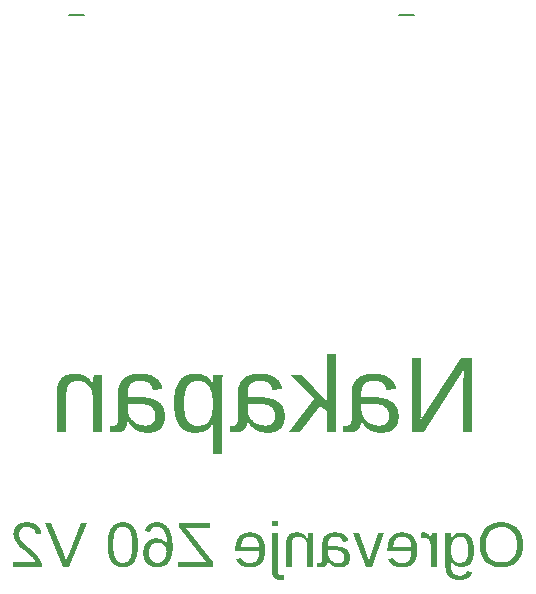
<source format=gbr>
G04 EAGLE Gerber RS-274X export*
G75*
%MOMM*%
%FSLAX34Y34*%
%LPD*%
%INSilkscreen Bottom*%
%IPPOS*%
%AMOC8*
5,1,8,0,0,1.08239X$1,22.5*%
G01*
G04 Define Apertures*
%ADD10C,0.203200*%
G36*
X530216Y552570D02*
X522199Y552570D01*
X522199Y571411D01*
X522210Y574590D01*
X522243Y576912D01*
X522268Y577751D01*
X522299Y578376D01*
X522335Y578787D01*
X522377Y578983D01*
X522154Y578983D01*
X521908Y578468D01*
X521647Y577969D01*
X521372Y577486D01*
X521082Y577020D01*
X520779Y576570D01*
X520461Y576137D01*
X520129Y575720D01*
X519782Y575319D01*
X519422Y574935D01*
X519047Y574567D01*
X518658Y574215D01*
X518254Y573880D01*
X517836Y573561D01*
X517404Y573259D01*
X516958Y572972D01*
X516498Y572703D01*
X516023Y572449D01*
X515534Y572212D01*
X515030Y571991D01*
X514513Y571787D01*
X513981Y571599D01*
X513435Y571427D01*
X512874Y571272D01*
X512300Y571133D01*
X511711Y571010D01*
X511107Y570904D01*
X510490Y570814D01*
X509858Y570740D01*
X509212Y570683D01*
X508552Y570642D01*
X507877Y570617D01*
X507189Y570609D01*
X506639Y570615D01*
X506098Y570634D01*
X505566Y570665D01*
X505042Y570708D01*
X504527Y570763D01*
X504021Y570831D01*
X503523Y570911D01*
X503034Y571003D01*
X502082Y571225D01*
X501164Y571496D01*
X500281Y571816D01*
X499433Y572185D01*
X498619Y572603D01*
X497840Y573071D01*
X497096Y573588D01*
X496386Y574154D01*
X495711Y574770D01*
X495070Y575435D01*
X494465Y576148D01*
X493893Y576912D01*
X493357Y577724D01*
X492855Y578586D01*
X492387Y579497D01*
X491954Y580457D01*
X491556Y581466D01*
X491193Y582525D01*
X490864Y583633D01*
X490569Y584790D01*
X490310Y585996D01*
X490085Y587252D01*
X489894Y588556D01*
X489738Y589910D01*
X489617Y591314D01*
X489531Y592766D01*
X489479Y594268D01*
X489461Y595819D01*
X489479Y597390D01*
X489530Y598908D01*
X489617Y600373D01*
X489737Y601785D01*
X489892Y603143D01*
X490082Y604448D01*
X490305Y605700D01*
X490564Y606898D01*
X490857Y608044D01*
X491184Y609136D01*
X491546Y610175D01*
X491942Y611160D01*
X492372Y612093D01*
X492838Y612972D01*
X493337Y613798D01*
X493871Y614571D01*
X494440Y615293D01*
X495044Y615969D01*
X495683Y616599D01*
X496357Y617182D01*
X497066Y617718D01*
X497811Y618208D01*
X498590Y618651D01*
X499405Y619047D01*
X500255Y619397D01*
X501140Y619700D01*
X502060Y619956D01*
X503016Y620166D01*
X504006Y620329D01*
X505032Y620446D01*
X506093Y620516D01*
X507189Y620539D01*
X507898Y620531D01*
X508590Y620507D01*
X509265Y620466D01*
X509922Y620410D01*
X510562Y620337D01*
X511185Y620248D01*
X511790Y620143D01*
X512378Y620021D01*
X512948Y619884D01*
X513501Y619730D01*
X514036Y619560D01*
X514554Y619374D01*
X515055Y619172D01*
X515538Y618953D01*
X516004Y618719D01*
X516453Y618468D01*
X516887Y618200D01*
X517311Y617913D01*
X517724Y617607D01*
X518126Y617283D01*
X518517Y616941D01*
X518898Y616579D01*
X519268Y616200D01*
X519626Y615801D01*
X519975Y615384D01*
X520312Y614948D01*
X520639Y614494D01*
X520954Y614021D01*
X521259Y613529D01*
X521554Y613019D01*
X521837Y612490D01*
X522110Y611943D01*
X522288Y611943D01*
X522316Y613145D01*
X522399Y615061D01*
X522505Y617037D01*
X522600Y618423D01*
X522677Y619286D01*
X522733Y619693D01*
X530483Y619693D01*
X530421Y619013D01*
X530366Y618176D01*
X530320Y617181D01*
X530283Y616029D01*
X530233Y613254D01*
X530216Y609849D01*
X530216Y552570D01*
G37*
%LPC*%
G36*
X509327Y576533D02*
X510164Y576551D01*
X510971Y576603D01*
X511749Y576691D01*
X512497Y576814D01*
X513216Y576972D01*
X513905Y577166D01*
X514565Y577394D01*
X515195Y577658D01*
X515795Y577956D01*
X516366Y578290D01*
X516907Y578659D01*
X517419Y579064D01*
X517901Y579503D01*
X518354Y579977D01*
X518777Y580487D01*
X519170Y581032D01*
X519537Y581613D01*
X519880Y582234D01*
X520199Y582894D01*
X520495Y583593D01*
X520767Y584330D01*
X521016Y585107D01*
X521240Y585923D01*
X521441Y586777D01*
X521619Y587671D01*
X521773Y588604D01*
X521903Y589575D01*
X522009Y590586D01*
X522092Y591635D01*
X522151Y592724D01*
X522187Y593851D01*
X522199Y595017D01*
X522177Y596681D01*
X522111Y598265D01*
X522001Y599768D01*
X521930Y600490D01*
X521848Y601192D01*
X521755Y601874D01*
X521651Y602535D01*
X521536Y603177D01*
X521409Y603799D01*
X521272Y604400D01*
X521124Y604982D01*
X520966Y605544D01*
X520796Y606086D01*
X520615Y606609D01*
X520425Y607114D01*
X520224Y607602D01*
X520013Y608072D01*
X519793Y608524D01*
X519562Y608960D01*
X519321Y609377D01*
X519070Y609777D01*
X518809Y610159D01*
X518537Y610524D01*
X518256Y610871D01*
X517965Y611201D01*
X517663Y611513D01*
X517351Y611807D01*
X517030Y612084D01*
X516698Y612344D01*
X516353Y612586D01*
X515992Y612813D01*
X515615Y613025D01*
X515221Y613220D01*
X514811Y613401D01*
X514386Y613565D01*
X513944Y613714D01*
X513485Y613847D01*
X513011Y613964D01*
X512521Y614066D01*
X512014Y614152D01*
X511491Y614223D01*
X510952Y614277D01*
X510397Y614317D01*
X509825Y614340D01*
X509237Y614348D01*
X508509Y614331D01*
X507807Y614280D01*
X507129Y614196D01*
X506476Y614078D01*
X505848Y613926D01*
X505245Y613740D01*
X504668Y613521D01*
X504115Y613268D01*
X503588Y612981D01*
X503085Y612660D01*
X502608Y612306D01*
X502155Y611918D01*
X501728Y611496D01*
X501326Y611040D01*
X500949Y610551D01*
X500597Y610027D01*
X500268Y609465D01*
X499960Y608858D01*
X499673Y608205D01*
X499408Y607508D01*
X499164Y606766D01*
X498941Y605979D01*
X498739Y605147D01*
X498559Y604271D01*
X498400Y603349D01*
X498262Y602383D01*
X498145Y601371D01*
X498049Y600315D01*
X497975Y599214D01*
X497922Y598068D01*
X497890Y596877D01*
X497880Y595641D01*
X497890Y594372D01*
X497922Y593150D01*
X497976Y591975D01*
X498051Y590846D01*
X498147Y589763D01*
X498265Y588727D01*
X498404Y587737D01*
X498564Y586794D01*
X498746Y585897D01*
X498950Y585047D01*
X499174Y584243D01*
X499420Y583486D01*
X499688Y582775D01*
X499977Y582110D01*
X500287Y581492D01*
X500619Y580920D01*
X500974Y580389D01*
X501354Y579892D01*
X501760Y579429D01*
X502190Y579001D01*
X502646Y578607D01*
X503127Y578247D01*
X503634Y577921D01*
X504165Y577630D01*
X504722Y577373D01*
X505304Y577150D01*
X505912Y576962D01*
X506544Y576807D01*
X507202Y576687D01*
X507885Y576602D01*
X508593Y576550D01*
X509327Y576533D01*
G37*
%LPD*%
G36*
X701107Y571500D02*
X690863Y571500D01*
X690863Y634257D01*
X698524Y634257D01*
X698524Y593102D01*
X698516Y592047D01*
X698491Y590842D01*
X698390Y587980D01*
X698223Y584517D01*
X697989Y580453D01*
X731929Y634257D01*
X741817Y634257D01*
X741817Y571500D01*
X734245Y571500D01*
X734245Y613190D01*
X734468Y620628D01*
X734691Y624948D01*
X701107Y571500D01*
G37*
G36*
X467204Y570609D02*
X466482Y570618D01*
X465773Y570645D01*
X465078Y570690D01*
X464397Y570753D01*
X463729Y570833D01*
X463075Y570932D01*
X462435Y571048D01*
X461809Y571183D01*
X461197Y571335D01*
X460598Y571505D01*
X460013Y571693D01*
X459441Y571899D01*
X458884Y572123D01*
X458340Y572365D01*
X457810Y572625D01*
X457294Y572903D01*
X456788Y573202D01*
X456291Y573527D01*
X455801Y573877D01*
X455319Y574252D01*
X454845Y574652D01*
X454378Y575077D01*
X453920Y575528D01*
X453469Y576004D01*
X453026Y576505D01*
X452591Y577032D01*
X452164Y577583D01*
X451744Y578160D01*
X451333Y578762D01*
X450929Y579390D01*
X450533Y580042D01*
X450145Y580720D01*
X449878Y580720D01*
X449838Y580107D01*
X449784Y579514D01*
X449716Y578942D01*
X449634Y578391D01*
X449539Y577861D01*
X449430Y577351D01*
X449307Y576862D01*
X449171Y576394D01*
X449021Y575946D01*
X448857Y575519D01*
X448679Y575113D01*
X448487Y574728D01*
X448282Y574363D01*
X448063Y574019D01*
X447830Y573696D01*
X447584Y573393D01*
X447321Y573110D01*
X447039Y572845D01*
X446739Y572598D01*
X446419Y572370D01*
X446080Y572160D01*
X445723Y571968D01*
X445346Y571794D01*
X444951Y571639D01*
X444536Y571502D01*
X444103Y571383D01*
X443650Y571283D01*
X443179Y571201D01*
X442688Y571137D01*
X442179Y571091D01*
X441651Y571064D01*
X441103Y571055D01*
X440315Y571066D01*
X439531Y571099D01*
X438750Y571155D01*
X437974Y571233D01*
X437203Y571333D01*
X436435Y571455D01*
X435672Y571600D01*
X434912Y571767D01*
X434912Y576756D01*
X435628Y576619D01*
X436304Y576522D01*
X436942Y576463D01*
X437540Y576444D01*
X437862Y576451D01*
X438171Y576472D01*
X438466Y576507D01*
X438748Y576557D01*
X439017Y576620D01*
X439273Y576698D01*
X439516Y576789D01*
X439745Y576895D01*
X439961Y577015D01*
X440164Y577149D01*
X440353Y577297D01*
X440530Y577459D01*
X440693Y577635D01*
X440843Y577825D01*
X440980Y578029D01*
X441103Y578248D01*
X441323Y578726D01*
X441513Y579260D01*
X441673Y579848D01*
X441805Y580492D01*
X441907Y581190D01*
X441980Y581943D01*
X442024Y582752D01*
X442039Y583615D01*
X442039Y604371D01*
X442057Y605342D01*
X442110Y606284D01*
X442200Y607196D01*
X442325Y608080D01*
X442487Y608935D01*
X442684Y609761D01*
X442917Y610557D01*
X443186Y611325D01*
X443490Y612063D01*
X443831Y612773D01*
X444207Y613453D01*
X444619Y614104D01*
X445067Y614727D01*
X445551Y615320D01*
X446071Y615884D01*
X446626Y616419D01*
X447217Y616923D01*
X447844Y617395D01*
X448505Y617834D01*
X449201Y618241D01*
X449933Y618615D01*
X450700Y618957D01*
X451502Y619266D01*
X452339Y619542D01*
X453211Y619786D01*
X454118Y619998D01*
X455061Y620177D01*
X456038Y620323D01*
X457051Y620437D01*
X458099Y620518D01*
X459182Y620567D01*
X460300Y620584D01*
X461366Y620571D01*
X462401Y620533D01*
X463407Y620469D01*
X464383Y620380D01*
X465329Y620266D01*
X466245Y620126D01*
X467132Y619961D01*
X467989Y619771D01*
X468816Y619555D01*
X469614Y619313D01*
X470381Y619047D01*
X471119Y618755D01*
X471828Y618437D01*
X472506Y618094D01*
X473155Y617726D01*
X473774Y617332D01*
X474363Y616913D01*
X474922Y616468D01*
X475452Y615998D01*
X475952Y615503D01*
X476422Y614982D01*
X476863Y614436D01*
X477273Y613865D01*
X477654Y613268D01*
X478006Y612645D01*
X478327Y611998D01*
X478619Y611325D01*
X478881Y610626D01*
X479113Y609902D01*
X479315Y609153D01*
X479488Y608378D01*
X479631Y607578D01*
X471257Y606821D01*
X471188Y607313D01*
X471104Y607789D01*
X471005Y608247D01*
X470890Y608688D01*
X470760Y609113D01*
X470614Y609520D01*
X470453Y609910D01*
X470277Y610284D01*
X470086Y610640D01*
X469879Y610979D01*
X469657Y611301D01*
X469420Y611606D01*
X469167Y611894D01*
X468899Y612165D01*
X468616Y612419D01*
X468318Y612655D01*
X468000Y612876D01*
X467659Y613083D01*
X467296Y613276D01*
X466909Y613454D01*
X466499Y613618D01*
X466067Y613768D01*
X465611Y613904D01*
X465133Y614025D01*
X464631Y614132D01*
X464107Y614225D01*
X463560Y614303D01*
X462989Y614367D01*
X462396Y614417D01*
X461780Y614453D01*
X461141Y614474D01*
X460478Y614481D01*
X459821Y614472D01*
X459187Y614442D01*
X458574Y614392D01*
X457984Y614323D01*
X457416Y614234D01*
X456871Y614124D01*
X456347Y613996D01*
X455846Y613847D01*
X455367Y613678D01*
X454911Y613490D01*
X454477Y613282D01*
X454065Y613053D01*
X453675Y612805D01*
X453307Y612538D01*
X452962Y612250D01*
X452639Y611943D01*
X452337Y611612D01*
X452055Y611256D01*
X451792Y610873D01*
X451548Y610465D01*
X451324Y610030D01*
X451119Y609569D01*
X450934Y609082D01*
X450769Y608569D01*
X450622Y608030D01*
X450496Y607464D01*
X450389Y606873D01*
X450301Y606255D01*
X450233Y605612D01*
X450184Y604942D01*
X450155Y604246D01*
X450145Y603525D01*
X450145Y600897D01*
X460968Y600719D01*
X462314Y600670D01*
X463613Y600593D01*
X464865Y600487D01*
X466070Y600351D01*
X467227Y600186D01*
X468337Y599992D01*
X469401Y599769D01*
X470417Y599516D01*
X471385Y599234D01*
X472307Y598923D01*
X473182Y598583D01*
X474009Y598213D01*
X474789Y597814D01*
X475522Y597386D01*
X476208Y596929D01*
X476847Y596443D01*
X477443Y595928D01*
X478001Y595386D01*
X478520Y594817D01*
X479000Y594221D01*
X479442Y593598D01*
X479846Y592948D01*
X480212Y592270D01*
X480538Y591565D01*
X480827Y590834D01*
X481077Y590075D01*
X481288Y589289D01*
X481461Y588475D01*
X481596Y587635D01*
X481692Y586768D01*
X481750Y585873D01*
X481769Y584951D01*
X481754Y584127D01*
X481712Y583325D01*
X481640Y582546D01*
X481540Y581789D01*
X481412Y581054D01*
X481255Y580341D01*
X481070Y579651D01*
X480856Y578983D01*
X480613Y578337D01*
X480342Y577713D01*
X480042Y577112D01*
X479714Y576533D01*
X479358Y575976D01*
X478972Y575442D01*
X478559Y574930D01*
X478116Y574440D01*
X477646Y573976D01*
X477147Y573542D01*
X476620Y573138D01*
X476065Y572764D01*
X475481Y572420D01*
X474870Y572105D01*
X474230Y571821D01*
X473562Y571567D01*
X472866Y571342D01*
X472142Y571148D01*
X471389Y570983D01*
X470609Y570849D01*
X469800Y570744D01*
X468963Y570669D01*
X468097Y570624D01*
X467204Y570609D01*
G37*
%LPC*%
G36*
X465378Y576622D02*
X465861Y576630D01*
X466330Y576656D01*
X466784Y576697D01*
X467225Y576756D01*
X467651Y576831D01*
X468064Y576923D01*
X468462Y577031D01*
X468846Y577157D01*
X469217Y577299D01*
X469573Y577457D01*
X469915Y577633D01*
X470243Y577825D01*
X470556Y578034D01*
X470856Y578259D01*
X471142Y578501D01*
X471413Y578760D01*
X471669Y579034D01*
X471909Y579322D01*
X472132Y579624D01*
X472339Y579940D01*
X472529Y580270D01*
X472702Y580614D01*
X472859Y580972D01*
X473000Y581343D01*
X473124Y581729D01*
X473231Y582128D01*
X473322Y582542D01*
X473397Y582969D01*
X473454Y583410D01*
X473496Y583866D01*
X473521Y584335D01*
X473529Y584818D01*
X473523Y585263D01*
X473504Y585698D01*
X473474Y586122D01*
X473431Y586535D01*
X473377Y586938D01*
X473310Y587329D01*
X473230Y587710D01*
X473139Y588080D01*
X473036Y588439D01*
X472920Y588788D01*
X472792Y589126D01*
X472652Y589453D01*
X472335Y590074D01*
X471970Y590652D01*
X471559Y591191D01*
X471106Y591694D01*
X470610Y592160D01*
X470071Y592590D01*
X469491Y592984D01*
X468867Y593342D01*
X468202Y593663D01*
X467494Y593948D01*
X466721Y594200D01*
X465864Y594422D01*
X464920Y594612D01*
X463891Y594772D01*
X462777Y594902D01*
X461577Y595001D01*
X460291Y595069D01*
X458920Y595106D01*
X450145Y595285D01*
X450145Y591320D01*
X450153Y590859D01*
X450176Y590399D01*
X450215Y589941D01*
X450269Y589485D01*
X450339Y589030D01*
X450424Y588576D01*
X450524Y588124D01*
X450641Y587674D01*
X450772Y587225D01*
X450919Y586778D01*
X451260Y585888D01*
X451663Y585004D01*
X452127Y584127D01*
X452645Y583276D01*
X453209Y582472D01*
X453817Y581715D01*
X454471Y581004D01*
X455170Y580340D01*
X455914Y579722D01*
X456704Y579151D01*
X457539Y578626D01*
X457971Y578384D01*
X458411Y578157D01*
X458859Y577945D01*
X459315Y577750D01*
X459778Y577570D01*
X460249Y577405D01*
X460727Y577256D01*
X461213Y577123D01*
X461707Y577006D01*
X462209Y576904D01*
X462718Y576818D01*
X463234Y576747D01*
X463759Y576693D01*
X464291Y576653D01*
X464831Y576630D01*
X465378Y576622D01*
G37*
%LPD*%
G36*
X568642Y570609D02*
X567919Y570618D01*
X567210Y570645D01*
X566515Y570690D01*
X565834Y570753D01*
X565167Y570833D01*
X564513Y570932D01*
X563873Y571048D01*
X563247Y571183D01*
X562634Y571335D01*
X562035Y571505D01*
X561450Y571693D01*
X560879Y571899D01*
X560321Y572123D01*
X559778Y572365D01*
X559248Y572625D01*
X558731Y572903D01*
X558226Y573202D01*
X557728Y573527D01*
X557238Y573877D01*
X556756Y574252D01*
X556282Y574652D01*
X555816Y575077D01*
X555357Y575528D01*
X554906Y576004D01*
X554464Y576505D01*
X554028Y577032D01*
X553601Y577583D01*
X553182Y578160D01*
X552770Y578762D01*
X552367Y579390D01*
X551971Y580042D01*
X551583Y580720D01*
X551315Y580720D01*
X551275Y580107D01*
X551221Y579514D01*
X551153Y578942D01*
X551072Y578391D01*
X550976Y577861D01*
X550867Y577351D01*
X550745Y576862D01*
X550608Y576394D01*
X550458Y575946D01*
X550294Y575519D01*
X550116Y575113D01*
X549925Y574728D01*
X549720Y574363D01*
X549501Y574019D01*
X549268Y573696D01*
X549022Y573393D01*
X548759Y573110D01*
X548477Y572845D01*
X548176Y572598D01*
X547856Y572370D01*
X547518Y572160D01*
X547160Y571968D01*
X546784Y571794D01*
X546388Y571639D01*
X545974Y571502D01*
X545540Y571383D01*
X545088Y571283D01*
X544616Y571201D01*
X544126Y571137D01*
X543616Y571091D01*
X543088Y571064D01*
X542541Y571055D01*
X541752Y571066D01*
X540968Y571099D01*
X540188Y571155D01*
X539412Y571233D01*
X538640Y571333D01*
X537872Y571455D01*
X537109Y571600D01*
X536350Y571767D01*
X536350Y576756D01*
X537065Y576619D01*
X537742Y576522D01*
X538379Y576463D01*
X538978Y576444D01*
X539300Y576451D01*
X539608Y576472D01*
X539904Y576507D01*
X540186Y576557D01*
X540455Y576620D01*
X540711Y576698D01*
X540953Y576789D01*
X541182Y576895D01*
X541398Y577015D01*
X541601Y577149D01*
X541791Y577297D01*
X541967Y577459D01*
X542131Y577635D01*
X542281Y577825D01*
X542417Y578029D01*
X542541Y578248D01*
X542760Y578726D01*
X542950Y579260D01*
X543111Y579848D01*
X543242Y580492D01*
X543345Y581190D01*
X543418Y581943D01*
X543462Y582752D01*
X543476Y583615D01*
X543476Y604371D01*
X543494Y605342D01*
X543548Y606284D01*
X543638Y607196D01*
X543763Y608080D01*
X543924Y608935D01*
X544121Y609761D01*
X544354Y610557D01*
X544623Y611325D01*
X544928Y612063D01*
X545268Y612773D01*
X545645Y613453D01*
X546057Y614104D01*
X546505Y614727D01*
X546989Y615320D01*
X547508Y615884D01*
X548064Y616419D01*
X548655Y616923D01*
X549281Y617395D01*
X549942Y617834D01*
X550639Y618241D01*
X551370Y618615D01*
X552137Y618957D01*
X552939Y619266D01*
X553776Y619542D01*
X554648Y619786D01*
X555556Y619998D01*
X556498Y620177D01*
X557476Y620323D01*
X558489Y620437D01*
X559537Y620518D01*
X560620Y620567D01*
X561738Y620584D01*
X562803Y620571D01*
X563838Y620533D01*
X564844Y620469D01*
X565820Y620380D01*
X566766Y620266D01*
X567683Y620126D01*
X568570Y619961D01*
X569427Y619771D01*
X570254Y619555D01*
X571051Y619313D01*
X571819Y619047D01*
X572557Y618755D01*
X573265Y618437D01*
X573944Y618094D01*
X574592Y617726D01*
X575211Y617332D01*
X575800Y616913D01*
X576360Y616468D01*
X576890Y615998D01*
X577390Y615503D01*
X577860Y614982D01*
X578300Y614436D01*
X578711Y613865D01*
X579092Y613268D01*
X579443Y612645D01*
X579764Y611998D01*
X580056Y611325D01*
X580318Y610626D01*
X580550Y609902D01*
X580753Y609153D01*
X580925Y608378D01*
X581068Y607578D01*
X572695Y606821D01*
X572626Y607313D01*
X572542Y607789D01*
X572442Y608247D01*
X572327Y608688D01*
X572197Y609113D01*
X572052Y609520D01*
X571891Y609910D01*
X571715Y610284D01*
X571523Y610640D01*
X571317Y610979D01*
X571095Y611301D01*
X570857Y611606D01*
X570605Y611894D01*
X570337Y612165D01*
X570054Y612419D01*
X569755Y612655D01*
X569437Y612876D01*
X569097Y613083D01*
X568733Y613276D01*
X568346Y613454D01*
X567937Y613618D01*
X567504Y613768D01*
X567049Y613904D01*
X566570Y614025D01*
X566069Y614132D01*
X565545Y614225D01*
X564997Y614303D01*
X564427Y614367D01*
X563834Y614417D01*
X563217Y614453D01*
X562578Y614474D01*
X561916Y614481D01*
X561259Y614472D01*
X560624Y614442D01*
X560012Y614392D01*
X559422Y614323D01*
X558854Y614234D01*
X558308Y614124D01*
X557785Y613996D01*
X557284Y613847D01*
X556805Y613678D01*
X556348Y613490D01*
X555914Y613282D01*
X555502Y613053D01*
X555112Y612805D01*
X554745Y612538D01*
X554400Y612250D01*
X554077Y611943D01*
X553775Y611612D01*
X553492Y611256D01*
X553229Y610873D01*
X552986Y610465D01*
X552762Y610030D01*
X552557Y609569D01*
X552372Y609082D01*
X552206Y608569D01*
X552060Y608030D01*
X551933Y607464D01*
X551826Y606873D01*
X551738Y606255D01*
X551670Y605612D01*
X551622Y604942D01*
X551592Y604246D01*
X551583Y603525D01*
X551583Y600897D01*
X562406Y600719D01*
X563752Y600670D01*
X565051Y600593D01*
X566303Y600487D01*
X567507Y600351D01*
X568665Y600186D01*
X569775Y599992D01*
X570838Y599769D01*
X571854Y599516D01*
X572823Y599234D01*
X573745Y598923D01*
X574619Y598583D01*
X575446Y598213D01*
X576227Y597814D01*
X576960Y597386D01*
X577646Y596929D01*
X578285Y596443D01*
X578881Y595928D01*
X579438Y595386D01*
X579957Y594817D01*
X580438Y594221D01*
X580880Y593598D01*
X581284Y592948D01*
X581649Y592270D01*
X581976Y591565D01*
X582264Y590834D01*
X582514Y590075D01*
X582726Y589289D01*
X582899Y588475D01*
X583033Y587635D01*
X583129Y586768D01*
X583187Y585873D01*
X583206Y584951D01*
X583192Y584127D01*
X583149Y583325D01*
X583078Y582546D01*
X582978Y581789D01*
X582850Y581054D01*
X582693Y580341D01*
X582507Y579651D01*
X582293Y578983D01*
X582051Y578337D01*
X581780Y577713D01*
X581480Y577112D01*
X581152Y576533D01*
X580795Y575976D01*
X580410Y575442D01*
X579996Y574930D01*
X579554Y574440D01*
X579083Y573976D01*
X578585Y573542D01*
X578057Y573138D01*
X577502Y572764D01*
X576919Y572420D01*
X576307Y572105D01*
X575668Y571821D01*
X575000Y571567D01*
X574304Y571342D01*
X573579Y571148D01*
X572827Y570983D01*
X572046Y570849D01*
X571237Y570744D01*
X570400Y570669D01*
X569535Y570624D01*
X568642Y570609D01*
G37*
%LPC*%
G36*
X566815Y576622D02*
X567298Y576630D01*
X567767Y576656D01*
X568222Y576697D01*
X568662Y576756D01*
X569089Y576831D01*
X569501Y576923D01*
X569900Y577031D01*
X570284Y577157D01*
X570654Y577299D01*
X571010Y577457D01*
X571352Y577633D01*
X571680Y577825D01*
X571994Y578034D01*
X572294Y578259D01*
X572579Y578501D01*
X572851Y578760D01*
X573107Y579034D01*
X573346Y579322D01*
X573570Y579624D01*
X573776Y579940D01*
X573966Y580270D01*
X574140Y580614D01*
X574297Y580972D01*
X574437Y581343D01*
X574561Y581729D01*
X574669Y582128D01*
X574760Y582542D01*
X574834Y582969D01*
X574892Y583410D01*
X574933Y583866D01*
X574958Y584335D01*
X574966Y584818D01*
X574960Y585263D01*
X574942Y585698D01*
X574911Y586122D01*
X574869Y586535D01*
X574814Y586938D01*
X574747Y587329D01*
X574668Y587710D01*
X574577Y588080D01*
X574473Y588439D01*
X574357Y588788D01*
X574229Y589126D01*
X574089Y589453D01*
X573773Y590074D01*
X573407Y590652D01*
X572996Y591191D01*
X572543Y591694D01*
X572047Y592160D01*
X571509Y592590D01*
X570928Y592984D01*
X570305Y593342D01*
X569639Y593663D01*
X568931Y593948D01*
X568159Y594200D01*
X567301Y594422D01*
X566358Y594612D01*
X565329Y594772D01*
X564214Y594902D01*
X563014Y595001D01*
X561728Y595069D01*
X560357Y595106D01*
X551583Y595285D01*
X551583Y591320D01*
X551590Y590859D01*
X551614Y590399D01*
X551652Y589941D01*
X551706Y589485D01*
X551776Y589030D01*
X551861Y588576D01*
X551962Y588124D01*
X552078Y587674D01*
X552210Y587225D01*
X552357Y586778D01*
X552697Y585888D01*
X553100Y585004D01*
X553565Y584127D01*
X554083Y583276D01*
X554646Y582472D01*
X555255Y581715D01*
X555909Y581004D01*
X556608Y580340D01*
X557352Y579722D01*
X558142Y579151D01*
X558976Y578626D01*
X559409Y578384D01*
X559849Y578157D01*
X560297Y577945D01*
X560752Y577750D01*
X561215Y577570D01*
X561686Y577405D01*
X562165Y577256D01*
X562651Y577123D01*
X563145Y577006D01*
X563646Y576904D01*
X564155Y576818D01*
X564672Y576747D01*
X565196Y576693D01*
X565728Y576653D01*
X566268Y576630D01*
X566815Y576622D01*
G37*
%LPD*%
G36*
X664985Y570609D02*
X664263Y570618D01*
X663554Y570645D01*
X662859Y570690D01*
X662178Y570753D01*
X661510Y570833D01*
X660857Y570932D01*
X660217Y571048D01*
X659590Y571183D01*
X658978Y571335D01*
X658379Y571505D01*
X657794Y571693D01*
X657223Y571899D01*
X656665Y572123D01*
X656121Y572365D01*
X655591Y572625D01*
X655075Y572903D01*
X654570Y573202D01*
X654072Y573527D01*
X653582Y573877D01*
X653100Y574252D01*
X652626Y574652D01*
X652159Y575077D01*
X651701Y575528D01*
X651250Y576004D01*
X650807Y576505D01*
X650372Y577032D01*
X649945Y577583D01*
X649526Y578160D01*
X649114Y578762D01*
X648710Y579390D01*
X648314Y580042D01*
X647926Y580720D01*
X647659Y580720D01*
X647619Y580107D01*
X647565Y579514D01*
X647497Y578942D01*
X647416Y578391D01*
X647320Y577861D01*
X647211Y577351D01*
X647088Y576862D01*
X646952Y576394D01*
X646802Y575946D01*
X646638Y575519D01*
X646460Y575113D01*
X646269Y574728D01*
X646063Y574363D01*
X645844Y574019D01*
X645612Y573696D01*
X645365Y573393D01*
X645102Y573110D01*
X644821Y572845D01*
X644520Y572598D01*
X644200Y572370D01*
X643862Y572160D01*
X643504Y571968D01*
X643127Y571794D01*
X642732Y571639D01*
X642317Y571502D01*
X641884Y571383D01*
X641431Y571283D01*
X640960Y571201D01*
X640470Y571137D01*
X639960Y571091D01*
X639432Y571064D01*
X638885Y571055D01*
X638096Y571066D01*
X637312Y571099D01*
X636532Y571155D01*
X635756Y571233D01*
X634984Y571333D01*
X634216Y571455D01*
X633453Y571600D01*
X632694Y571767D01*
X632694Y576756D01*
X633409Y576619D01*
X634085Y576522D01*
X634723Y576463D01*
X635321Y576444D01*
X635643Y576451D01*
X635952Y576472D01*
X636247Y576507D01*
X636530Y576557D01*
X636799Y576620D01*
X637054Y576698D01*
X637297Y576789D01*
X637526Y576895D01*
X637742Y577015D01*
X637945Y577149D01*
X638135Y577297D01*
X638311Y577459D01*
X638474Y577635D01*
X638624Y577825D01*
X638761Y578029D01*
X638885Y578248D01*
X639104Y578726D01*
X639294Y579260D01*
X639455Y579848D01*
X639586Y580492D01*
X639688Y581190D01*
X639762Y581943D01*
X639805Y582752D01*
X639820Y583615D01*
X639820Y604371D01*
X639838Y605342D01*
X639892Y606284D01*
X639981Y607196D01*
X640107Y608080D01*
X640268Y608935D01*
X640465Y609761D01*
X640698Y610557D01*
X640967Y611325D01*
X641272Y612063D01*
X641612Y612773D01*
X641988Y613453D01*
X642401Y614104D01*
X642849Y614727D01*
X643332Y615320D01*
X643852Y615884D01*
X644408Y616419D01*
X644999Y616923D01*
X645625Y617395D01*
X646286Y617834D01*
X646983Y618241D01*
X647714Y618615D01*
X648481Y618957D01*
X649283Y619266D01*
X650120Y619542D01*
X650992Y619786D01*
X651899Y619998D01*
X652842Y620177D01*
X653820Y620323D01*
X654832Y620437D01*
X655880Y620518D01*
X656963Y620567D01*
X658082Y620584D01*
X659147Y620571D01*
X660182Y620533D01*
X661188Y620469D01*
X662164Y620380D01*
X663110Y620266D01*
X664027Y620126D01*
X664913Y619961D01*
X665770Y619771D01*
X666598Y619555D01*
X667395Y619313D01*
X668163Y619047D01*
X668901Y618755D01*
X669609Y618437D01*
X670287Y618094D01*
X670936Y617726D01*
X671555Y617332D01*
X672144Y616913D01*
X672704Y616468D01*
X673233Y615998D01*
X673733Y615503D01*
X674204Y614982D01*
X674644Y614436D01*
X675055Y613865D01*
X675436Y613268D01*
X675787Y612645D01*
X676108Y611998D01*
X676400Y611325D01*
X676662Y610626D01*
X676894Y609902D01*
X677096Y609153D01*
X677269Y608378D01*
X677412Y607578D01*
X669038Y606821D01*
X668970Y607313D01*
X668885Y607789D01*
X668786Y608247D01*
X668671Y608688D01*
X668541Y609113D01*
X668395Y609520D01*
X668235Y609910D01*
X668059Y610284D01*
X667867Y610640D01*
X667661Y610979D01*
X667439Y611301D01*
X667201Y611606D01*
X666949Y611894D01*
X666681Y612165D01*
X666397Y612419D01*
X666099Y612655D01*
X665781Y612876D01*
X665440Y613083D01*
X665077Y613276D01*
X664690Y613454D01*
X664281Y613618D01*
X663848Y613768D01*
X663393Y613904D01*
X662914Y614025D01*
X662413Y614132D01*
X661888Y614225D01*
X661341Y614303D01*
X660771Y614367D01*
X660177Y614417D01*
X659561Y614453D01*
X658922Y614474D01*
X658260Y614481D01*
X657603Y614472D01*
X656968Y614442D01*
X656356Y614392D01*
X655765Y614323D01*
X655198Y614234D01*
X654652Y614124D01*
X654129Y613996D01*
X653628Y613847D01*
X653149Y613678D01*
X652692Y613490D01*
X652258Y613282D01*
X651846Y613053D01*
X651456Y612805D01*
X651089Y612538D01*
X650744Y612250D01*
X650421Y611943D01*
X650119Y611612D01*
X649836Y611256D01*
X649573Y610873D01*
X649329Y610465D01*
X649105Y610030D01*
X648901Y609569D01*
X648716Y609082D01*
X648550Y608569D01*
X648404Y608030D01*
X648277Y607464D01*
X648170Y606873D01*
X648082Y606255D01*
X648014Y605612D01*
X647965Y604942D01*
X647936Y604246D01*
X647926Y603525D01*
X647926Y600897D01*
X658750Y600719D01*
X660096Y600670D01*
X661395Y600593D01*
X662646Y600487D01*
X663851Y600351D01*
X665008Y600186D01*
X666119Y599992D01*
X667182Y599769D01*
X668198Y599516D01*
X669167Y599234D01*
X670088Y598923D01*
X670963Y598583D01*
X671790Y598213D01*
X672570Y597814D01*
X673304Y597386D01*
X673990Y596929D01*
X674628Y596443D01*
X675224Y595928D01*
X675782Y595386D01*
X676301Y594817D01*
X676782Y594221D01*
X677224Y593598D01*
X677627Y592948D01*
X677993Y592270D01*
X678320Y591565D01*
X678608Y590834D01*
X678858Y590075D01*
X679069Y589289D01*
X679242Y588475D01*
X679377Y587635D01*
X679473Y586768D01*
X679531Y585873D01*
X679550Y584951D01*
X679536Y584127D01*
X679493Y583325D01*
X679422Y582546D01*
X679322Y581789D01*
X679193Y581054D01*
X679036Y580341D01*
X678851Y579651D01*
X678637Y578983D01*
X678394Y578337D01*
X678123Y577713D01*
X677824Y577112D01*
X677496Y576533D01*
X677139Y575976D01*
X676754Y575442D01*
X676340Y574930D01*
X675898Y574440D01*
X675427Y573976D01*
X674928Y573542D01*
X674401Y573138D01*
X673846Y572764D01*
X673263Y572420D01*
X672651Y572105D01*
X672011Y571821D01*
X671343Y571567D01*
X670647Y571342D01*
X669923Y571148D01*
X669171Y570983D01*
X668390Y570849D01*
X667581Y570744D01*
X666744Y570669D01*
X665879Y570624D01*
X664985Y570609D01*
G37*
%LPC*%
G36*
X663159Y576622D02*
X663642Y576630D01*
X664111Y576656D01*
X664566Y576697D01*
X665006Y576756D01*
X665433Y576831D01*
X665845Y576923D01*
X666243Y577031D01*
X666628Y577157D01*
X666998Y577299D01*
X667354Y577457D01*
X667696Y577633D01*
X668024Y577825D01*
X668338Y578034D01*
X668637Y578259D01*
X668923Y578501D01*
X669194Y578760D01*
X669451Y579034D01*
X669690Y579322D01*
X669913Y579624D01*
X670120Y579940D01*
X670310Y580270D01*
X670484Y580614D01*
X670641Y580972D01*
X670781Y581343D01*
X670905Y581729D01*
X671013Y582128D01*
X671103Y582542D01*
X671178Y582969D01*
X671236Y583410D01*
X671277Y583866D01*
X671302Y584335D01*
X671310Y584818D01*
X671304Y585263D01*
X671286Y585698D01*
X671255Y586122D01*
X671213Y586535D01*
X671158Y586938D01*
X671091Y587329D01*
X671012Y587710D01*
X670920Y588080D01*
X670817Y588439D01*
X670701Y588788D01*
X670573Y589126D01*
X670433Y589453D01*
X670116Y590074D01*
X669751Y590652D01*
X669340Y591191D01*
X668887Y591694D01*
X668391Y592160D01*
X667853Y592590D01*
X667272Y592984D01*
X666649Y593342D01*
X665983Y593663D01*
X665275Y593948D01*
X664503Y594200D01*
X663645Y594422D01*
X662702Y594612D01*
X661673Y594772D01*
X660558Y594902D01*
X659358Y595001D01*
X658072Y595069D01*
X656701Y595106D01*
X647926Y595285D01*
X647926Y591320D01*
X647934Y590859D01*
X647957Y590399D01*
X647996Y589941D01*
X648050Y589485D01*
X648120Y589030D01*
X648205Y588576D01*
X648306Y588124D01*
X648422Y587674D01*
X648553Y587225D01*
X648701Y586778D01*
X649041Y585888D01*
X649444Y585004D01*
X649908Y584127D01*
X650427Y583276D01*
X650990Y582472D01*
X651598Y581715D01*
X652252Y581004D01*
X652951Y580340D01*
X653696Y579722D01*
X654485Y579151D01*
X655320Y578626D01*
X655753Y578384D01*
X656193Y578157D01*
X656641Y577945D01*
X657096Y577750D01*
X657559Y577570D01*
X658030Y577405D01*
X658509Y577256D01*
X658995Y577123D01*
X659488Y577006D01*
X659990Y576904D01*
X660499Y576818D01*
X661016Y576747D01*
X661540Y576693D01*
X662072Y576653D01*
X662612Y576630D01*
X663159Y576622D01*
G37*
%LPD*%
G36*
X596361Y571500D02*
X586963Y571500D01*
X607541Y598981D01*
X587988Y619693D01*
X597386Y619693D01*
X618542Y596309D01*
X618542Y637598D01*
X626560Y637598D01*
X626560Y571500D01*
X618542Y571500D01*
X618542Y588648D01*
X612663Y593503D01*
X596361Y571500D01*
G37*
G36*
X398179Y571500D02*
X390117Y571500D01*
X390117Y603614D01*
X390132Y604729D01*
X390175Y605805D01*
X390247Y606840D01*
X390347Y607835D01*
X390476Y608790D01*
X390634Y609705D01*
X390821Y610579D01*
X391036Y611414D01*
X391280Y612208D01*
X391553Y612962D01*
X391854Y613676D01*
X392184Y614349D01*
X392543Y614983D01*
X392931Y615576D01*
X393347Y616129D01*
X393792Y616642D01*
X394268Y617119D01*
X394777Y617566D01*
X395319Y617981D01*
X395895Y618366D01*
X396504Y618720D01*
X397146Y619044D01*
X397821Y619336D01*
X398530Y619598D01*
X399272Y619829D01*
X400047Y620029D01*
X400855Y620199D01*
X401696Y620337D01*
X402571Y620445D01*
X403479Y620522D01*
X404420Y620568D01*
X405395Y620584D01*
X406062Y620575D01*
X406715Y620551D01*
X407354Y620511D01*
X407979Y620454D01*
X408591Y620381D01*
X409189Y620292D01*
X409774Y620187D01*
X410344Y620066D01*
X410901Y619928D01*
X411444Y619774D01*
X411974Y619605D01*
X412489Y619419D01*
X412991Y619216D01*
X413479Y618998D01*
X413954Y618763D01*
X414414Y618512D01*
X414865Y618242D01*
X415308Y617949D01*
X415745Y617633D01*
X416175Y617294D01*
X416598Y616933D01*
X417015Y616549D01*
X417424Y616142D01*
X417827Y615712D01*
X418223Y615259D01*
X418612Y614784D01*
X418995Y614286D01*
X419371Y613765D01*
X419740Y613221D01*
X420102Y612654D01*
X420457Y612065D01*
X420806Y611453D01*
X420939Y611453D01*
X421023Y614409D01*
X421095Y616241D01*
X421207Y618490D01*
X421251Y619281D01*
X421296Y619693D01*
X428868Y619693D01*
X428805Y619123D01*
X428751Y618348D01*
X428705Y617369D01*
X428667Y616185D01*
X428617Y613204D01*
X428600Y609404D01*
X428600Y571500D01*
X420583Y571500D01*
X420583Y599427D01*
X420570Y600295D01*
X420531Y601138D01*
X420466Y601958D01*
X420374Y602753D01*
X420257Y603525D01*
X420113Y604273D01*
X419944Y604996D01*
X419748Y605696D01*
X419526Y606371D01*
X419278Y607023D01*
X419004Y607651D01*
X418704Y608254D01*
X418378Y608834D01*
X418025Y609389D01*
X417647Y609921D01*
X417242Y610428D01*
X416815Y610908D01*
X416369Y611357D01*
X415904Y611775D01*
X415419Y612163D01*
X414915Y612519D01*
X414393Y612844D01*
X413851Y613138D01*
X413290Y613401D01*
X412709Y613634D01*
X412110Y613835D01*
X411491Y614005D01*
X410854Y614145D01*
X410197Y614253D01*
X409521Y614330D01*
X408826Y614377D01*
X408112Y614392D01*
X407151Y614374D01*
X406249Y614320D01*
X405408Y614230D01*
X404626Y614103D01*
X403905Y613940D01*
X403243Y613741D01*
X402641Y613506D01*
X402099Y613234D01*
X401604Y612922D01*
X401144Y612563D01*
X400719Y612159D01*
X400328Y611709D01*
X399973Y611213D01*
X399652Y610671D01*
X399366Y610082D01*
X399115Y609448D01*
X398895Y608758D01*
X398705Y608001D01*
X398545Y607177D01*
X398413Y606286D01*
X398311Y605328D01*
X398238Y604304D01*
X398194Y603213D01*
X398179Y602055D01*
X398179Y571500D01*
G37*
G36*
X766487Y456674D02*
X765786Y456683D01*
X765096Y456710D01*
X764418Y456756D01*
X763752Y456820D01*
X763098Y456903D01*
X762456Y457003D01*
X761825Y457122D01*
X761206Y457259D01*
X760598Y457415D01*
X760003Y457588D01*
X759419Y457780D01*
X758846Y457991D01*
X758286Y458219D01*
X757737Y458466D01*
X757200Y458732D01*
X756674Y459015D01*
X756162Y459316D01*
X755666Y459632D01*
X755184Y459964D01*
X754717Y460312D01*
X754266Y460676D01*
X753829Y461056D01*
X753408Y461451D01*
X753001Y461863D01*
X752610Y462290D01*
X752234Y462733D01*
X751873Y463192D01*
X751527Y463666D01*
X751197Y464157D01*
X750881Y464663D01*
X750581Y465185D01*
X750295Y465723D01*
X750026Y466275D01*
X749774Y466838D01*
X749540Y467412D01*
X749323Y467997D01*
X749123Y468594D01*
X748941Y469202D01*
X748776Y469821D01*
X748628Y470452D01*
X748498Y471094D01*
X748385Y471747D01*
X748289Y472411D01*
X748211Y473087D01*
X748150Y473774D01*
X748107Y474473D01*
X748081Y475183D01*
X748072Y475904D01*
X748081Y476628D01*
X748107Y477339D01*
X748150Y478039D01*
X748210Y478727D01*
X748287Y479402D01*
X748381Y480065D01*
X748493Y480717D01*
X748621Y481356D01*
X748767Y481983D01*
X748930Y482597D01*
X749111Y483200D01*
X749308Y483791D01*
X749522Y484369D01*
X749754Y484935D01*
X750003Y485489D01*
X750269Y486032D01*
X750551Y486560D01*
X750849Y487072D01*
X751162Y487568D01*
X751490Y488048D01*
X751833Y488512D01*
X752192Y488961D01*
X752566Y489393D01*
X752955Y489810D01*
X753360Y490210D01*
X753780Y490595D01*
X754215Y490964D01*
X754666Y491317D01*
X755132Y491654D01*
X755613Y491974D01*
X756110Y492280D01*
X756622Y492569D01*
X757147Y492841D01*
X757684Y493096D01*
X758233Y493333D01*
X758794Y493553D01*
X759366Y493755D01*
X759950Y493939D01*
X760546Y494106D01*
X761153Y494256D01*
X761772Y494387D01*
X762403Y494502D01*
X763046Y494598D01*
X763700Y494677D01*
X764366Y494739D01*
X765044Y494783D01*
X765733Y494809D01*
X766434Y494818D01*
X767504Y494798D01*
X768545Y494739D01*
X769555Y494642D01*
X770536Y494505D01*
X771487Y494328D01*
X772408Y494113D01*
X773300Y493859D01*
X774161Y493565D01*
X774993Y493232D01*
X775795Y492860D01*
X776568Y492449D01*
X777310Y491999D01*
X778023Y491510D01*
X778705Y490981D01*
X779358Y490413D01*
X779982Y489806D01*
X780571Y489165D01*
X781122Y488493D01*
X781636Y487791D01*
X782111Y487058D01*
X782548Y486295D01*
X782947Y485502D01*
X783308Y484679D01*
X783632Y483825D01*
X783917Y482941D01*
X784164Y482027D01*
X784373Y481082D01*
X784544Y480107D01*
X784677Y479102D01*
X784772Y478066D01*
X784829Y477000D01*
X784848Y475904D01*
X784840Y475179D01*
X784814Y474466D01*
X784772Y473765D01*
X784712Y473075D01*
X784635Y472396D01*
X784541Y471729D01*
X784430Y471073D01*
X784302Y470429D01*
X784157Y469796D01*
X783995Y469174D01*
X783816Y468564D01*
X783620Y467965D01*
X783407Y467378D01*
X783177Y466802D01*
X782929Y466237D01*
X782665Y465684D01*
X782384Y465144D01*
X782088Y464621D01*
X781777Y464114D01*
X781451Y463623D01*
X781109Y463148D01*
X780752Y462689D01*
X780379Y462247D01*
X779992Y461820D01*
X779588Y461410D01*
X779170Y461015D01*
X778736Y460637D01*
X778287Y460275D01*
X777823Y459930D01*
X777343Y459600D01*
X776849Y459286D01*
X776338Y458989D01*
X775814Y458708D01*
X775278Y458446D01*
X774730Y458202D01*
X774169Y457976D01*
X773596Y457768D01*
X773011Y457578D01*
X772413Y457406D01*
X771804Y457253D01*
X771182Y457117D01*
X770548Y456999D01*
X769902Y456900D01*
X769243Y456819D01*
X768572Y456755D01*
X767889Y456710D01*
X767194Y456683D01*
X766487Y456674D01*
G37*
%LPC*%
G36*
X766487Y460751D02*
X767255Y460767D01*
X768003Y460815D01*
X768729Y460895D01*
X769434Y461007D01*
X770117Y461151D01*
X770780Y461327D01*
X771421Y461534D01*
X772041Y461774D01*
X772639Y462046D01*
X773216Y462349D01*
X773772Y462685D01*
X774307Y463052D01*
X774820Y463452D01*
X775313Y463883D01*
X775783Y464347D01*
X776233Y464842D01*
X776658Y465365D01*
X777056Y465910D01*
X777427Y466477D01*
X777770Y467067D01*
X778085Y467680D01*
X778373Y468315D01*
X778634Y468973D01*
X778867Y469653D01*
X779073Y470355D01*
X779251Y471080D01*
X779402Y471828D01*
X779525Y472598D01*
X779621Y473391D01*
X779690Y474206D01*
X779731Y475044D01*
X779745Y475904D01*
X779731Y476769D01*
X779691Y477611D01*
X779623Y478428D01*
X779528Y479220D01*
X779406Y479988D01*
X779257Y480731D01*
X779080Y481450D01*
X778877Y482145D01*
X778646Y482815D01*
X778389Y483461D01*
X778104Y484082D01*
X777792Y484678D01*
X777453Y485251D01*
X777086Y485798D01*
X776693Y486322D01*
X776273Y486821D01*
X775827Y487292D01*
X775359Y487733D01*
X774869Y488144D01*
X774355Y488524D01*
X773820Y488874D01*
X773261Y489193D01*
X772680Y489482D01*
X772077Y489741D01*
X771450Y489969D01*
X770802Y490167D01*
X770130Y490334D01*
X769436Y490471D01*
X768720Y490577D01*
X767980Y490653D01*
X767218Y490699D01*
X766434Y490714D01*
X765656Y490699D01*
X764900Y490652D01*
X764167Y490575D01*
X763456Y490467D01*
X762767Y490329D01*
X762100Y490159D01*
X761456Y489959D01*
X760834Y489728D01*
X760234Y489466D01*
X759657Y489173D01*
X759102Y488849D01*
X758569Y488494D01*
X758059Y488109D01*
X757571Y487693D01*
X757105Y487246D01*
X756661Y486768D01*
X756242Y486263D01*
X755851Y485735D01*
X755486Y485184D01*
X755148Y484609D01*
X754837Y484012D01*
X754553Y483391D01*
X754297Y482746D01*
X754067Y482079D01*
X753864Y481388D01*
X753688Y480675D01*
X753540Y479937D01*
X753418Y479177D01*
X753324Y478394D01*
X753256Y477587D01*
X753216Y476757D01*
X753202Y475904D01*
X753215Y475012D01*
X753256Y474146D01*
X753323Y473306D01*
X753417Y472491D01*
X753537Y471702D01*
X753685Y470939D01*
X753859Y470201D01*
X754060Y469488D01*
X754288Y468801D01*
X754543Y468140D01*
X754825Y467505D01*
X755133Y466895D01*
X755468Y466310D01*
X755830Y465751D01*
X756219Y465218D01*
X756635Y464710D01*
X757076Y464231D01*
X757540Y463782D01*
X758027Y463365D01*
X758538Y462978D01*
X759072Y462623D01*
X759630Y462298D01*
X760210Y462004D01*
X760814Y461741D01*
X761442Y461509D01*
X762092Y461308D01*
X762767Y461138D01*
X763464Y460999D01*
X764185Y460891D01*
X764929Y460813D01*
X765696Y460767D01*
X766487Y460751D01*
G37*
%LPD*%
G36*
X446047Y456674D02*
X445260Y456693D01*
X444498Y456750D01*
X443759Y456846D01*
X443046Y456980D01*
X442356Y457152D01*
X441691Y457362D01*
X441050Y457610D01*
X440434Y457897D01*
X439842Y458222D01*
X439274Y458585D01*
X438731Y458987D01*
X438212Y459426D01*
X437717Y459904D01*
X437247Y460420D01*
X436801Y460974D01*
X436379Y461567D01*
X435983Y462196D01*
X435612Y462859D01*
X435266Y463556D01*
X434947Y464288D01*
X434652Y465054D01*
X434384Y465854D01*
X434141Y466689D01*
X433923Y467558D01*
X433731Y468461D01*
X433565Y469399D01*
X433424Y470371D01*
X433309Y471377D01*
X433219Y472418D01*
X433155Y473493D01*
X433117Y474602D01*
X433104Y475746D01*
X433116Y476908D01*
X433153Y478034D01*
X433214Y479125D01*
X433299Y480178D01*
X433409Y481196D01*
X433543Y482178D01*
X433701Y483123D01*
X433884Y484032D01*
X434091Y484905D01*
X434322Y485742D01*
X434578Y486543D01*
X434858Y487307D01*
X435162Y488036D01*
X435491Y488728D01*
X435844Y489384D01*
X436222Y490004D01*
X436625Y490587D01*
X437055Y491132D01*
X437511Y491640D01*
X437995Y492110D01*
X438505Y492542D01*
X439042Y492937D01*
X439606Y493295D01*
X440197Y493614D01*
X440815Y493896D01*
X441459Y494141D01*
X442130Y494348D01*
X442829Y494517D01*
X443553Y494649D01*
X444305Y494743D01*
X445084Y494799D01*
X445889Y494818D01*
X446717Y494799D01*
X447516Y494743D01*
X448287Y494650D01*
X449030Y494520D01*
X449745Y494353D01*
X450431Y494148D01*
X451089Y493906D01*
X451719Y493627D01*
X452321Y493311D01*
X452894Y492958D01*
X453439Y492567D01*
X453956Y492140D01*
X454445Y491675D01*
X454905Y491172D01*
X455337Y490633D01*
X455741Y490056D01*
X456118Y489443D01*
X456471Y488791D01*
X456800Y488103D01*
X457105Y487376D01*
X457385Y486613D01*
X457640Y485812D01*
X457872Y484974D01*
X458079Y484098D01*
X458261Y483185D01*
X458420Y482234D01*
X458554Y481246D01*
X458663Y480221D01*
X458748Y479158D01*
X458809Y478058D01*
X458846Y476921D01*
X458858Y475746D01*
X458846Y474596D01*
X458808Y473481D01*
X458745Y472401D01*
X458657Y471356D01*
X458545Y470346D01*
X458407Y469371D01*
X458244Y468430D01*
X458056Y467525D01*
X457843Y466655D01*
X457604Y465819D01*
X457341Y465019D01*
X457053Y464253D01*
X456739Y463523D01*
X456401Y462827D01*
X456037Y462166D01*
X455649Y461541D01*
X455235Y460951D01*
X454797Y460400D01*
X454333Y459887D01*
X453845Y459411D01*
X453332Y458974D01*
X452794Y458575D01*
X452231Y458214D01*
X451644Y457891D01*
X451031Y457605D01*
X450394Y457358D01*
X449731Y457149D01*
X449044Y456978D01*
X448332Y456845D01*
X447595Y456750D01*
X446834Y456693D01*
X446047Y456674D01*
G37*
%LPC*%
G36*
X445994Y460541D02*
X446512Y460555D01*
X447011Y460598D01*
X447493Y460669D01*
X447957Y460769D01*
X448403Y460898D01*
X448831Y461055D01*
X449242Y461241D01*
X449634Y461455D01*
X450009Y461698D01*
X450367Y461969D01*
X450706Y462269D01*
X451028Y462598D01*
X451332Y462955D01*
X451618Y463340D01*
X451886Y463755D01*
X452137Y464197D01*
X452371Y464671D01*
X452590Y465178D01*
X452794Y465718D01*
X452983Y466290D01*
X453156Y466896D01*
X453315Y467535D01*
X453459Y468208D01*
X453587Y468913D01*
X453700Y469651D01*
X453798Y470423D01*
X453882Y471227D01*
X453949Y472065D01*
X454002Y472935D01*
X454040Y473839D01*
X454063Y474776D01*
X454070Y475746D01*
X454063Y476744D01*
X454041Y477706D01*
X454003Y478633D01*
X453951Y479524D01*
X453884Y480379D01*
X453802Y481199D01*
X453705Y481982D01*
X453594Y482730D01*
X453467Y483442D01*
X453325Y484119D01*
X453169Y484759D01*
X452998Y485364D01*
X452811Y485933D01*
X452610Y486466D01*
X452394Y486964D01*
X452163Y487426D01*
X451915Y487856D01*
X451648Y488258D01*
X451361Y488633D01*
X451056Y488979D01*
X450731Y489299D01*
X450387Y489590D01*
X450024Y489853D01*
X449641Y490089D01*
X449239Y490297D01*
X448818Y490478D01*
X448378Y490630D01*
X447919Y490755D01*
X447440Y490852D01*
X446942Y490922D01*
X446425Y490963D01*
X445889Y490977D01*
X445366Y490963D01*
X444861Y490921D01*
X444376Y490850D01*
X443909Y490752D01*
X443461Y490625D01*
X443031Y490470D01*
X442621Y490287D01*
X442229Y490076D01*
X441856Y489837D01*
X441502Y489569D01*
X441167Y489274D01*
X440851Y488950D01*
X440553Y488598D01*
X440274Y488218D01*
X440014Y487810D01*
X439773Y487373D01*
X439548Y486905D01*
X439338Y486403D01*
X439143Y485866D01*
X438962Y485295D01*
X438795Y484689D01*
X438643Y484049D01*
X438505Y483374D01*
X438382Y482664D01*
X438273Y481920D01*
X438179Y481142D01*
X438099Y480329D01*
X438034Y479481D01*
X437984Y478599D01*
X437947Y477683D01*
X437926Y476731D01*
X437918Y475746D01*
X437926Y474795D01*
X437949Y473875D01*
X437987Y472986D01*
X438040Y472129D01*
X438108Y471303D01*
X438192Y470508D01*
X438291Y469744D01*
X438405Y469011D01*
X438534Y468310D01*
X438679Y467640D01*
X438838Y467002D01*
X439013Y466394D01*
X439203Y465818D01*
X439409Y465273D01*
X439629Y464759D01*
X439865Y464276D01*
X440117Y463824D01*
X440387Y463401D01*
X440674Y463007D01*
X440978Y462642D01*
X441300Y462306D01*
X441639Y462000D01*
X441996Y461723D01*
X442371Y461475D01*
X442762Y461256D01*
X443172Y461066D01*
X443599Y460906D01*
X444043Y460774D01*
X444504Y460672D01*
X444984Y460599D01*
X445480Y460555D01*
X445994Y460541D01*
G37*
%LPD*%
G36*
X731078Y446020D02*
X730345Y446032D01*
X729635Y446067D01*
X728948Y446125D01*
X728285Y446207D01*
X727645Y446313D01*
X727028Y446442D01*
X726435Y446594D01*
X725864Y446770D01*
X725318Y446969D01*
X724794Y447191D01*
X724293Y447437D01*
X723816Y447707D01*
X723362Y448000D01*
X722932Y448316D01*
X722525Y448656D01*
X722140Y449019D01*
X721780Y449405D01*
X721442Y449815D01*
X721128Y450249D01*
X720837Y450706D01*
X720569Y451186D01*
X720325Y451690D01*
X720104Y452217D01*
X719906Y452767D01*
X719732Y453341D01*
X719580Y453939D01*
X719452Y454560D01*
X719348Y455204D01*
X719266Y455872D01*
X719208Y456563D01*
X719173Y457277D01*
X719161Y458015D01*
X719161Y479771D01*
X719151Y481816D01*
X719122Y483480D01*
X719073Y484762D01*
X719003Y485663D01*
X723502Y485663D01*
X723554Y485461D01*
X723607Y485038D01*
X723660Y484396D01*
X723712Y483532D01*
X723791Y481875D01*
X723818Y480797D01*
X723870Y480797D01*
X724188Y481416D01*
X724538Y481999D01*
X724920Y482546D01*
X725333Y483056D01*
X725778Y483529D01*
X726255Y483966D01*
X726763Y484366D01*
X727303Y484729D01*
X727871Y485053D01*
X728465Y485334D01*
X729083Y485571D01*
X729727Y485765D01*
X730395Y485916D01*
X731089Y486024D01*
X731807Y486089D01*
X732551Y486110D01*
X733215Y486096D01*
X733856Y486054D01*
X734477Y485984D01*
X735076Y485886D01*
X735653Y485760D01*
X736209Y485606D01*
X736744Y485423D01*
X737257Y485213D01*
X737748Y484974D01*
X738218Y484708D01*
X738667Y484413D01*
X739094Y484091D01*
X739500Y483740D01*
X739884Y483361D01*
X740246Y482954D01*
X740588Y482520D01*
X740908Y482055D01*
X741207Y481560D01*
X741486Y481034D01*
X741744Y480477D01*
X741982Y479889D01*
X742199Y479270D01*
X742395Y478620D01*
X742571Y477939D01*
X742725Y477227D01*
X742860Y476485D01*
X742973Y475711D01*
X743066Y474907D01*
X743139Y474071D01*
X743190Y473205D01*
X743221Y472307D01*
X743231Y471379D01*
X743222Y470464D01*
X743193Y469580D01*
X743145Y468727D01*
X743078Y467905D01*
X742991Y467114D01*
X742886Y466354D01*
X742761Y465625D01*
X742617Y464927D01*
X742453Y464261D01*
X742271Y463625D01*
X742069Y463020D01*
X741848Y462446D01*
X741608Y461904D01*
X741348Y461392D01*
X741070Y460912D01*
X740772Y460462D01*
X740454Y460041D01*
X740114Y459648D01*
X739752Y459282D01*
X739369Y458943D01*
X738964Y458631D01*
X738537Y458346D01*
X738088Y458088D01*
X737618Y457858D01*
X737127Y457654D01*
X736613Y457478D01*
X736078Y457329D01*
X735521Y457207D01*
X734943Y457112D01*
X734343Y457044D01*
X733721Y457003D01*
X733077Y456990D01*
X732307Y457011D01*
X731561Y457076D01*
X730840Y457184D01*
X730144Y457335D01*
X729473Y457529D01*
X728826Y457766D01*
X728203Y458047D01*
X727606Y458371D01*
X727568Y458395D01*
X727036Y458737D01*
X726497Y459146D01*
X725990Y459597D01*
X725514Y460090D01*
X725070Y460626D01*
X724656Y461204D01*
X724274Y461825D01*
X723923Y462488D01*
X723870Y462488D01*
X723870Y457910D01*
X723877Y457400D01*
X723898Y456907D01*
X723932Y456429D01*
X723981Y455968D01*
X724043Y455523D01*
X724119Y455094D01*
X724209Y454681D01*
X724312Y454285D01*
X724430Y453905D01*
X724561Y453540D01*
X724706Y453193D01*
X724865Y452861D01*
X725038Y452545D01*
X725225Y452246D01*
X725425Y451963D01*
X725639Y451695D01*
X725867Y451445D01*
X726109Y451210D01*
X726365Y450991D01*
X726634Y450789D01*
X726918Y450603D01*
X727215Y450433D01*
X727526Y450279D01*
X727851Y450142D01*
X728189Y450020D01*
X728542Y449915D01*
X728908Y449826D01*
X729288Y449753D01*
X729682Y449697D01*
X730045Y449661D01*
X730090Y449656D01*
X730511Y449632D01*
X730946Y449624D01*
X731588Y449641D01*
X732198Y449690D01*
X732777Y449774D01*
X733324Y449890D01*
X733839Y450040D01*
X734323Y450223D01*
X734775Y450440D01*
X735195Y450689D01*
X735581Y450970D01*
X735932Y451279D01*
X736247Y451616D01*
X736527Y451982D01*
X736770Y452376D01*
X736978Y452798D01*
X737150Y453249D01*
X737286Y453728D01*
X742048Y453044D01*
X741941Y452629D01*
X741820Y452226D01*
X741682Y451835D01*
X741530Y451456D01*
X741362Y451089D01*
X741178Y450735D01*
X740980Y450392D01*
X740765Y450061D01*
X740536Y449742D01*
X740291Y449436D01*
X740030Y449141D01*
X739754Y448859D01*
X739463Y448588D01*
X739156Y448329D01*
X738834Y448083D01*
X738496Y447848D01*
X738144Y447627D01*
X737776Y447420D01*
X737394Y447227D01*
X736997Y447048D01*
X736585Y446884D01*
X736158Y446734D01*
X735717Y446598D01*
X735261Y446477D01*
X734790Y446370D01*
X734304Y446277D01*
X733803Y446198D01*
X733288Y446134D01*
X732757Y446084D01*
X732212Y446048D01*
X731653Y446027D01*
X731078Y446020D01*
G37*
%LPC*%
G36*
X731473Y460488D02*
X731934Y460498D01*
X732379Y460528D01*
X732806Y460578D01*
X733215Y460648D01*
X733608Y460737D01*
X733983Y460847D01*
X734341Y460977D01*
X734682Y461126D01*
X735005Y461296D01*
X735312Y461485D01*
X735601Y461694D01*
X735872Y461924D01*
X736127Y462173D01*
X736364Y462442D01*
X736584Y462731D01*
X736786Y463040D01*
X736974Y463372D01*
X737150Y463729D01*
X737314Y464112D01*
X737465Y464521D01*
X737605Y464956D01*
X737732Y465416D01*
X737847Y465902D01*
X737950Y466414D01*
X738041Y466951D01*
X738120Y467514D01*
X738187Y468103D01*
X738242Y468717D01*
X738284Y469357D01*
X738314Y470023D01*
X738332Y470714D01*
X738339Y471432D01*
X738332Y472155D01*
X738313Y472854D01*
X738280Y473527D01*
X738235Y474174D01*
X738177Y474796D01*
X738105Y475392D01*
X738021Y475963D01*
X737924Y476509D01*
X737814Y477029D01*
X737691Y477523D01*
X737555Y477992D01*
X737406Y478436D01*
X737244Y478854D01*
X737070Y479246D01*
X736882Y479613D01*
X736681Y479955D01*
X736466Y480273D01*
X736236Y480571D01*
X735990Y480849D01*
X735729Y481106D01*
X735453Y481342D01*
X735161Y481558D01*
X734853Y481753D01*
X734531Y481928D01*
X734193Y482082D01*
X733839Y482216D01*
X733470Y482329D01*
X733085Y482421D01*
X732686Y482493D01*
X732270Y482544D01*
X731840Y482575D01*
X731394Y482585D01*
X730855Y482565D01*
X730331Y482502D01*
X729821Y482399D01*
X729325Y482253D01*
X728844Y482067D01*
X728378Y481838D01*
X727925Y481568D01*
X727487Y481257D01*
X727069Y480906D01*
X726674Y480519D01*
X726304Y480094D01*
X725958Y479633D01*
X725637Y479134D01*
X725339Y478598D01*
X725066Y478026D01*
X724817Y477416D01*
X724595Y476773D01*
X724403Y476100D01*
X724240Y475397D01*
X724107Y474664D01*
X724003Y473901D01*
X723929Y473108D01*
X723885Y472285D01*
X723870Y471432D01*
X723885Y470598D01*
X723929Y469793D01*
X724003Y469018D01*
X724107Y468272D01*
X724240Y467555D01*
X724403Y466867D01*
X724595Y466208D01*
X724817Y465579D01*
X725066Y464981D01*
X725340Y464420D01*
X725638Y463895D01*
X725961Y463405D01*
X726256Y463021D01*
X726309Y462951D01*
X726682Y462533D01*
X727079Y462150D01*
X727500Y461804D01*
X727942Y461495D01*
X728400Y461228D01*
X728873Y461002D01*
X729362Y460817D01*
X729866Y460673D01*
X730386Y460570D01*
X730921Y460509D01*
X731473Y460488D01*
G37*
%LPD*%
G36*
X475305Y456674D02*
X474614Y456687D01*
X473942Y456727D01*
X473289Y456793D01*
X472655Y456886D01*
X472040Y457005D01*
X471443Y457151D01*
X470866Y457323D01*
X470307Y457522D01*
X469768Y457748D01*
X469247Y457999D01*
X468745Y458278D01*
X468262Y458583D01*
X467798Y458914D01*
X467353Y459272D01*
X466927Y459656D01*
X466519Y460067D01*
X466134Y460501D01*
X465773Y460954D01*
X465437Y461427D01*
X465127Y461919D01*
X464841Y462430D01*
X464580Y462960D01*
X464343Y463510D01*
X464132Y464079D01*
X463945Y464667D01*
X463784Y465275D01*
X463647Y465902D01*
X463535Y466549D01*
X463448Y467214D01*
X463386Y467899D01*
X463349Y468604D01*
X463336Y469327D01*
X463348Y469996D01*
X463383Y470647D01*
X463442Y471282D01*
X463524Y471899D01*
X463630Y472498D01*
X463760Y473081D01*
X463913Y473646D01*
X464089Y474194D01*
X464289Y474724D01*
X464513Y475238D01*
X464760Y475734D01*
X465030Y476213D01*
X465325Y476674D01*
X465642Y477119D01*
X465983Y477546D01*
X466348Y477956D01*
X466733Y478344D01*
X467134Y478708D01*
X467552Y479046D01*
X467987Y479360D01*
X468438Y479648D01*
X468905Y479911D01*
X469389Y480149D01*
X469890Y480363D01*
X470407Y480551D01*
X470940Y480714D01*
X471491Y480851D01*
X472057Y480964D01*
X472641Y481052D01*
X473241Y481115D01*
X473857Y481152D01*
X474490Y481165D01*
X475236Y481145D01*
X475960Y481087D01*
X476663Y480989D01*
X477344Y480853D01*
X478004Y480677D01*
X478643Y480462D01*
X479260Y480208D01*
X479856Y479915D01*
X480425Y479585D01*
X480961Y479219D01*
X481464Y478817D01*
X481935Y478380D01*
X482372Y477906D01*
X482776Y477397D01*
X483148Y476853D01*
X483487Y476272D01*
X483478Y477153D01*
X483452Y478008D01*
X483408Y478836D01*
X483348Y479638D01*
X483270Y480414D01*
X483174Y481163D01*
X483061Y481886D01*
X482931Y482582D01*
X482783Y483252D01*
X482618Y483896D01*
X482436Y484513D01*
X482236Y485103D01*
X482019Y485668D01*
X481785Y486206D01*
X481533Y486717D01*
X481264Y487202D01*
X480979Y487659D01*
X480679Y488087D01*
X480366Y488485D01*
X480038Y488854D01*
X479696Y489193D01*
X479340Y489503D01*
X478969Y489783D01*
X478584Y490033D01*
X478185Y490255D01*
X477771Y490446D01*
X477343Y490608D01*
X476901Y490741D01*
X476445Y490844D01*
X475974Y490918D01*
X475489Y490962D01*
X474990Y490977D01*
X474414Y490959D01*
X473864Y490906D01*
X473340Y490818D01*
X472843Y490694D01*
X472370Y490535D01*
X471924Y490341D01*
X471504Y490111D01*
X471110Y489846D01*
X470741Y489545D01*
X470399Y489210D01*
X470082Y488838D01*
X469791Y488432D01*
X469526Y487990D01*
X469287Y487513D01*
X469074Y487000D01*
X468887Y486452D01*
X464362Y487268D01*
X464505Y487732D01*
X464659Y488182D01*
X464826Y488617D01*
X465005Y489037D01*
X465196Y489443D01*
X465399Y489834D01*
X465614Y490210D01*
X465842Y490571D01*
X466081Y490918D01*
X466333Y491249D01*
X466597Y491566D01*
X466873Y491869D01*
X467161Y492156D01*
X467461Y492429D01*
X467773Y492687D01*
X468098Y492930D01*
X468434Y493159D01*
X468783Y493373D01*
X469144Y493572D01*
X469516Y493756D01*
X469901Y493926D01*
X470299Y494081D01*
X470708Y494221D01*
X471129Y494346D01*
X471563Y494457D01*
X472009Y494552D01*
X472466Y494633D01*
X472936Y494700D01*
X473418Y494751D01*
X473912Y494788D01*
X474419Y494810D01*
X474937Y494818D01*
X475721Y494798D01*
X476483Y494737D01*
X477222Y494637D01*
X477938Y494496D01*
X478631Y494314D01*
X479301Y494093D01*
X479949Y493831D01*
X480573Y493529D01*
X481175Y493186D01*
X481754Y492804D01*
X482310Y492381D01*
X482844Y491918D01*
X483354Y491414D01*
X483842Y490870D01*
X484307Y490286D01*
X484749Y489662D01*
X485167Y489000D01*
X485557Y488303D01*
X485920Y487571D01*
X486257Y486804D01*
X486567Y486003D01*
X486849Y485166D01*
X487105Y484294D01*
X487334Y483388D01*
X487536Y482446D01*
X487711Y481470D01*
X487859Y480459D01*
X487980Y479412D01*
X488074Y478331D01*
X488142Y477215D01*
X488182Y476064D01*
X488195Y474878D01*
X488182Y473783D01*
X488144Y472721D01*
X488079Y471692D01*
X487988Y470697D01*
X487872Y469734D01*
X487729Y468805D01*
X487561Y467908D01*
X487367Y467045D01*
X487147Y466215D01*
X486901Y465418D01*
X486629Y464654D01*
X486331Y463923D01*
X486007Y463225D01*
X485658Y462560D01*
X485282Y461929D01*
X484881Y461330D01*
X484455Y460766D01*
X484006Y460239D01*
X483534Y459748D01*
X483039Y459293D01*
X482522Y458875D01*
X481981Y458493D01*
X481417Y458147D01*
X480830Y457838D01*
X480220Y457565D01*
X479587Y457329D01*
X478931Y457129D01*
X478252Y456965D01*
X477550Y456838D01*
X476825Y456747D01*
X476077Y456692D01*
X475305Y456674D01*
G37*
%LPC*%
G36*
X475463Y460488D02*
X475873Y460499D01*
X476273Y460531D01*
X476664Y460584D01*
X477046Y460659D01*
X477418Y460755D01*
X477781Y460873D01*
X478134Y461012D01*
X478479Y461172D01*
X478813Y461354D01*
X479139Y461557D01*
X479455Y461781D01*
X479762Y462027D01*
X480059Y462294D01*
X480347Y462583D01*
X480626Y462893D01*
X480895Y463224D01*
X481152Y463572D01*
X481392Y463932D01*
X481615Y464305D01*
X481822Y464689D01*
X482012Y465086D01*
X482186Y465494D01*
X482343Y465915D01*
X482484Y466348D01*
X482608Y466793D01*
X482715Y467250D01*
X482806Y467719D01*
X482881Y468201D01*
X482939Y468694D01*
X482980Y469200D01*
X483005Y469718D01*
X483013Y470248D01*
X483005Y470666D01*
X482981Y471073D01*
X482941Y471469D01*
X482886Y471853D01*
X482814Y472226D01*
X482726Y472588D01*
X482623Y472938D01*
X482503Y473276D01*
X482368Y473604D01*
X482217Y473919D01*
X482050Y474224D01*
X481866Y474517D01*
X481667Y474798D01*
X481452Y475069D01*
X481221Y475327D01*
X480974Y475575D01*
X480715Y475809D01*
X480445Y476028D01*
X480165Y476232D01*
X479875Y476421D01*
X479576Y476594D01*
X479266Y476753D01*
X478946Y476897D01*
X478617Y477025D01*
X478277Y477138D01*
X477928Y477236D01*
X477568Y477320D01*
X477199Y477388D01*
X476819Y477440D01*
X476430Y477478D01*
X476030Y477501D01*
X475621Y477508D01*
X475187Y477500D01*
X474764Y477474D01*
X474354Y477432D01*
X473956Y477372D01*
X473570Y477295D01*
X473196Y477201D01*
X472834Y477090D01*
X472484Y476962D01*
X472147Y476818D01*
X471821Y476655D01*
X471508Y476476D01*
X471207Y476280D01*
X470918Y476067D01*
X470641Y475837D01*
X470376Y475589D01*
X470123Y475325D01*
X469884Y475045D01*
X469661Y474750D01*
X469453Y474441D01*
X469260Y474118D01*
X469083Y473780D01*
X468921Y473428D01*
X468774Y473062D01*
X468643Y472681D01*
X468528Y472286D01*
X468428Y471876D01*
X468343Y471452D01*
X468273Y471014D01*
X468220Y470561D01*
X468181Y470094D01*
X468158Y469613D01*
X468150Y469117D01*
X468158Y468620D01*
X468181Y468137D01*
X468219Y467668D01*
X468272Y467212D01*
X468340Y466769D01*
X468424Y466340D01*
X468523Y465925D01*
X468637Y465523D01*
X468766Y465134D01*
X468911Y464759D01*
X469070Y464397D01*
X469245Y464049D01*
X469435Y463714D01*
X469641Y463392D01*
X469861Y463085D01*
X470097Y462790D01*
X470346Y462511D01*
X470606Y462251D01*
X470879Y462008D01*
X471162Y461783D01*
X471457Y461576D01*
X471764Y461387D01*
X472082Y461217D01*
X472412Y461064D01*
X472753Y460929D01*
X473106Y460812D01*
X473470Y460713D01*
X473845Y460632D01*
X474233Y460569D01*
X474631Y460524D01*
X475042Y460497D01*
X475463Y460488D01*
G37*
%LPD*%
G36*
X629791Y456674D02*
X628945Y456695D01*
X628132Y456759D01*
X627352Y456864D01*
X626604Y457013D01*
X625889Y457203D01*
X625206Y457436D01*
X624555Y457711D01*
X623937Y458029D01*
X623345Y458397D01*
X622771Y458825D01*
X622215Y459313D01*
X621678Y459860D01*
X621160Y460467D01*
X620660Y461134D01*
X620178Y461860D01*
X619715Y462645D01*
X619557Y462645D01*
X619502Y461933D01*
X619414Y461270D01*
X619293Y460656D01*
X619140Y460090D01*
X618954Y459574D01*
X618736Y459106D01*
X618486Y458688D01*
X618203Y458318D01*
X617881Y457994D01*
X617515Y457714D01*
X617103Y457476D01*
X616647Y457282D01*
X616146Y457131D01*
X615601Y457023D01*
X615010Y456959D01*
X614375Y456937D01*
X613909Y456944D01*
X613446Y456963D01*
X612985Y456996D01*
X612527Y457042D01*
X612071Y457101D01*
X611618Y457174D01*
X610719Y457358D01*
X610719Y460304D01*
X611141Y460224D01*
X611541Y460166D01*
X611917Y460131D01*
X612271Y460120D01*
X612643Y460137D01*
X612984Y460187D01*
X613294Y460270D01*
X613573Y460386D01*
X613820Y460536D01*
X614036Y460719D01*
X614221Y460936D01*
X614375Y461185D01*
X614505Y461468D01*
X614617Y461783D01*
X614712Y462131D01*
X614789Y462511D01*
X614850Y462923D01*
X614893Y463368D01*
X614919Y463845D01*
X614928Y464355D01*
X614928Y476614D01*
X614938Y477187D01*
X614970Y477744D01*
X615023Y478283D01*
X615097Y478805D01*
X615192Y479310D01*
X615309Y479797D01*
X615446Y480268D01*
X615605Y480721D01*
X615785Y481157D01*
X615986Y481576D01*
X616208Y481978D01*
X616452Y482363D01*
X616716Y482730D01*
X617002Y483081D01*
X617309Y483414D01*
X617637Y483730D01*
X617986Y484028D01*
X618356Y484306D01*
X618747Y484566D01*
X619158Y484806D01*
X619590Y485027D01*
X620043Y485229D01*
X620516Y485411D01*
X621011Y485574D01*
X621526Y485719D01*
X622062Y485843D01*
X622619Y485949D01*
X623196Y486036D01*
X623794Y486103D01*
X624413Y486151D01*
X625053Y486180D01*
X625713Y486189D01*
X626342Y486182D01*
X626954Y486159D01*
X627548Y486122D01*
X628124Y486069D01*
X628683Y486002D01*
X629224Y485919D01*
X629748Y485822D01*
X630254Y485709D01*
X630743Y485582D01*
X631214Y485439D01*
X631667Y485282D01*
X632103Y485109D01*
X632521Y484922D01*
X632922Y484719D01*
X633305Y484502D01*
X633671Y484269D01*
X634019Y484021D01*
X634349Y483759D01*
X634662Y483481D01*
X634957Y483189D01*
X635235Y482881D01*
X635495Y482559D01*
X635738Y482221D01*
X635963Y481869D01*
X636170Y481501D01*
X636360Y481118D01*
X636532Y480721D01*
X636687Y480308D01*
X636824Y479881D01*
X636944Y479438D01*
X637046Y478981D01*
X637130Y478508D01*
X632184Y478061D01*
X632094Y478633D01*
X631967Y479164D01*
X631805Y479655D01*
X631606Y480106D01*
X631371Y480517D01*
X631099Y480887D01*
X630792Y481217D01*
X630448Y481507D01*
X630059Y481760D01*
X629616Y481979D01*
X629119Y482164D01*
X628567Y482316D01*
X627961Y482434D01*
X627301Y482518D01*
X626587Y482569D01*
X625818Y482585D01*
X625430Y482580D01*
X625055Y482562D01*
X624694Y482533D01*
X624345Y482492D01*
X624010Y482439D01*
X623688Y482375D01*
X623378Y482298D01*
X623082Y482211D01*
X622800Y482111D01*
X622530Y482000D01*
X622274Y481877D01*
X622030Y481742D01*
X621800Y481596D01*
X621583Y481437D01*
X621379Y481268D01*
X621188Y481086D01*
X621010Y480891D01*
X620843Y480680D01*
X620688Y480454D01*
X620544Y480213D01*
X620412Y479956D01*
X620291Y479684D01*
X620181Y479396D01*
X620084Y479093D01*
X619997Y478775D01*
X619922Y478441D01*
X619859Y478092D01*
X619807Y477727D01*
X619767Y477347D01*
X619738Y476951D01*
X619715Y476114D01*
X619715Y474562D01*
X626108Y474457D01*
X626903Y474428D01*
X627670Y474383D01*
X628409Y474320D01*
X629121Y474240D01*
X629804Y474142D01*
X630460Y474028D01*
X631088Y473896D01*
X631688Y473747D01*
X632260Y473580D01*
X632804Y473396D01*
X633321Y473195D01*
X633810Y472977D01*
X634270Y472742D01*
X634703Y472489D01*
X635109Y472219D01*
X635486Y471931D01*
X635838Y471627D01*
X636167Y471307D01*
X636474Y470971D01*
X636758Y470619D01*
X637019Y470251D01*
X637257Y469867D01*
X637473Y469467D01*
X637666Y469051D01*
X637836Y468619D01*
X637984Y468170D01*
X638109Y467706D01*
X638211Y467226D01*
X638290Y466730D01*
X638347Y466217D01*
X638381Y465689D01*
X638393Y465144D01*
X638384Y464658D01*
X638359Y464184D01*
X638317Y463724D01*
X638258Y463277D01*
X638182Y462843D01*
X638089Y462422D01*
X637980Y462014D01*
X637853Y461619D01*
X637710Y461238D01*
X637550Y460870D01*
X637373Y460515D01*
X637179Y460173D01*
X636969Y459844D01*
X636741Y459528D01*
X636497Y459226D01*
X636236Y458936D01*
X635958Y458662D01*
X635663Y458406D01*
X635352Y458167D01*
X635024Y457946D01*
X634679Y457743D01*
X634318Y457558D01*
X633940Y457390D01*
X633546Y457239D01*
X633135Y457107D01*
X632707Y456992D01*
X632262Y456895D01*
X631801Y456815D01*
X631324Y456753D01*
X630829Y456709D01*
X630318Y456683D01*
X629791Y456674D01*
G37*
%LPC*%
G36*
X628712Y460225D02*
X629274Y460245D01*
X629803Y460304D01*
X630298Y460403D01*
X630761Y460541D01*
X631189Y460718D01*
X631585Y460935D01*
X631947Y461192D01*
X632276Y461488D01*
X632569Y461820D01*
X632823Y462185D01*
X633038Y462583D01*
X633214Y463014D01*
X633350Y463477D01*
X633448Y463974D01*
X633506Y464503D01*
X633526Y465066D01*
X633512Y465585D01*
X633468Y466080D01*
X633397Y466549D01*
X633296Y466992D01*
X633166Y467410D01*
X633008Y467803D01*
X632821Y468170D01*
X632605Y468512D01*
X632363Y468830D01*
X632095Y469127D01*
X631802Y469402D01*
X631484Y469656D01*
X631141Y469889D01*
X630773Y470100D01*
X630380Y470290D01*
X629962Y470458D01*
X629505Y470607D01*
X628999Y470738D01*
X628442Y470850D01*
X627834Y470945D01*
X627176Y471021D01*
X626467Y471080D01*
X625708Y471120D01*
X624898Y471142D01*
X619715Y471247D01*
X619715Y468906D01*
X619734Y468362D01*
X619788Y467822D01*
X619880Y467285D01*
X620008Y466752D01*
X620173Y466223D01*
X620374Y465698D01*
X620612Y465176D01*
X620886Y464658D01*
X621192Y464155D01*
X621525Y463680D01*
X621884Y463233D01*
X622270Y462813D01*
X622683Y462421D01*
X623123Y462056D01*
X623589Y461719D01*
X624082Y461409D01*
X624598Y461132D01*
X625131Y460891D01*
X625683Y460688D01*
X626252Y460521D01*
X626840Y460392D01*
X627446Y460299D01*
X628070Y460244D01*
X628712Y460225D01*
G37*
%LPD*%
G36*
X553570Y456674D02*
X553011Y456680D01*
X552464Y456700D01*
X551930Y456733D01*
X551409Y456779D01*
X550901Y456838D01*
X550405Y456911D01*
X549922Y456996D01*
X549452Y457095D01*
X548994Y457207D01*
X548549Y457332D01*
X548116Y457470D01*
X547697Y457621D01*
X547290Y457785D01*
X546896Y457963D01*
X546514Y458154D01*
X546145Y458357D01*
X545789Y458574D01*
X545445Y458805D01*
X545115Y459048D01*
X544797Y459304D01*
X544491Y459574D01*
X544198Y459857D01*
X543918Y460153D01*
X543651Y460462D01*
X543396Y460784D01*
X543154Y461120D01*
X542925Y461468D01*
X542709Y461830D01*
X542505Y462205D01*
X542313Y462593D01*
X542135Y462994D01*
X541969Y463408D01*
X546125Y464592D01*
X546309Y464129D01*
X546529Y463686D01*
X546787Y463264D01*
X547082Y462862D01*
X547415Y462481D01*
X547785Y462121D01*
X548193Y461781D01*
X548638Y461462D01*
X549120Y461172D01*
X549641Y460921D01*
X550201Y460708D01*
X550798Y460534D01*
X551434Y460399D01*
X552108Y460302D01*
X552820Y460245D01*
X553570Y460225D01*
X554049Y460236D01*
X554514Y460267D01*
X554964Y460319D01*
X555400Y460391D01*
X555821Y460485D01*
X556227Y460599D01*
X556619Y460734D01*
X556996Y460889D01*
X557359Y461066D01*
X557707Y461263D01*
X558041Y461481D01*
X558359Y461720D01*
X558664Y461979D01*
X558953Y462259D01*
X559228Y462560D01*
X559489Y462882D01*
X559734Y463223D01*
X559964Y463581D01*
X560177Y463957D01*
X560375Y464350D01*
X560557Y464761D01*
X560723Y465189D01*
X560874Y465635D01*
X561008Y466098D01*
X561127Y466579D01*
X561230Y467077D01*
X561317Y467592D01*
X561388Y468125D01*
X561443Y468676D01*
X561483Y469244D01*
X561507Y469829D01*
X561515Y470432D01*
X541206Y470432D01*
X541206Y471063D01*
X541218Y471994D01*
X541255Y472895D01*
X541316Y473767D01*
X541402Y474609D01*
X541513Y475421D01*
X541647Y476204D01*
X541807Y476957D01*
X541990Y477681D01*
X542199Y478375D01*
X542432Y479040D01*
X542689Y479675D01*
X542971Y480281D01*
X543277Y480857D01*
X543608Y481403D01*
X543963Y481920D01*
X544343Y482408D01*
X544748Y482866D01*
X545176Y483294D01*
X545630Y483693D01*
X546108Y484062D01*
X546610Y484402D01*
X547137Y484712D01*
X547689Y484993D01*
X548264Y485244D01*
X548865Y485466D01*
X549490Y485658D01*
X550139Y485820D01*
X550813Y485953D01*
X551512Y486056D01*
X552235Y486130D01*
X552982Y486175D01*
X553754Y486189D01*
X554509Y486175D01*
X555242Y486131D01*
X555953Y486057D01*
X556642Y485954D01*
X557309Y485822D01*
X557954Y485660D01*
X558576Y485469D01*
X559177Y485249D01*
X559755Y484999D01*
X560311Y484720D01*
X560845Y484411D01*
X561358Y484073D01*
X561848Y483706D01*
X562315Y483309D01*
X562761Y482883D01*
X563185Y482428D01*
X563585Y481945D01*
X563959Y481436D01*
X564307Y480901D01*
X564629Y480341D01*
X564926Y479755D01*
X565197Y479144D01*
X565442Y478507D01*
X565661Y477844D01*
X565854Y477155D01*
X566022Y476441D01*
X566164Y475701D01*
X566280Y474935D01*
X566370Y474144D01*
X566435Y473327D01*
X566473Y472484D01*
X566486Y471616D01*
X566473Y470703D01*
X566435Y469818D01*
X566370Y468962D01*
X566280Y468135D01*
X566164Y467336D01*
X566022Y466566D01*
X565854Y465825D01*
X565661Y465112D01*
X565442Y464427D01*
X565197Y463771D01*
X564926Y463144D01*
X564629Y462545D01*
X564307Y461975D01*
X563959Y461433D01*
X563585Y460920D01*
X563185Y460436D01*
X562761Y459980D01*
X562313Y459554D01*
X561841Y459157D01*
X561346Y458790D01*
X560827Y458452D01*
X560285Y458143D01*
X559720Y457864D01*
X559131Y457614D01*
X558518Y457394D01*
X557882Y457203D01*
X557222Y457041D01*
X556539Y456909D01*
X555832Y456806D01*
X555101Y456733D01*
X554347Y456689D01*
X553570Y456674D01*
G37*
%LPC*%
G36*
X561462Y474062D02*
X561435Y474559D01*
X561393Y475042D01*
X561338Y475511D01*
X561267Y475967D01*
X561182Y476410D01*
X561083Y476839D01*
X560969Y477254D01*
X560840Y477656D01*
X560698Y478045D01*
X560540Y478420D01*
X560368Y478782D01*
X560182Y479130D01*
X559981Y479465D01*
X559766Y479787D01*
X559536Y480094D01*
X559292Y480389D01*
X559035Y480668D01*
X558766Y480928D01*
X558487Y481171D01*
X558196Y481396D01*
X557894Y481603D01*
X557581Y481792D01*
X557256Y481962D01*
X556921Y482115D01*
X556574Y482250D01*
X556216Y482367D01*
X555847Y482466D01*
X555467Y482547D01*
X555075Y482610D01*
X554672Y482655D01*
X554258Y482682D01*
X553833Y482691D01*
X553396Y482683D01*
X552971Y482658D01*
X552560Y482618D01*
X552161Y482562D01*
X551775Y482489D01*
X551403Y482400D01*
X551043Y482295D01*
X550696Y482174D01*
X550362Y482037D01*
X550041Y481884D01*
X549733Y481715D01*
X549438Y481529D01*
X549156Y481327D01*
X548887Y481110D01*
X548631Y480876D01*
X548388Y480626D01*
X548157Y480358D01*
X547938Y480071D01*
X547730Y479766D01*
X547534Y479441D01*
X547350Y479097D01*
X547178Y478735D01*
X547017Y478353D01*
X546869Y477952D01*
X546731Y477533D01*
X546606Y477094D01*
X546492Y476636D01*
X546390Y476159D01*
X546300Y475664D01*
X546221Y475149D01*
X546154Y474615D01*
X546099Y474062D01*
X561462Y474062D01*
G37*
%LPD*%
G36*
X682383Y456674D02*
X681823Y456680D01*
X681277Y456700D01*
X680743Y456733D01*
X680222Y456779D01*
X679713Y456838D01*
X679218Y456911D01*
X678734Y456996D01*
X678264Y457095D01*
X677806Y457207D01*
X677361Y457332D01*
X676929Y457470D01*
X676509Y457621D01*
X676102Y457785D01*
X675708Y457963D01*
X675327Y458154D01*
X674958Y458357D01*
X674601Y458574D01*
X674258Y458805D01*
X673927Y459048D01*
X673609Y459304D01*
X673304Y459574D01*
X673011Y459857D01*
X672731Y460153D01*
X672464Y460462D01*
X672209Y460784D01*
X671967Y461120D01*
X671738Y461468D01*
X671521Y461830D01*
X671317Y462205D01*
X671126Y462593D01*
X670947Y462994D01*
X670782Y463408D01*
X674938Y464592D01*
X675121Y464129D01*
X675342Y463686D01*
X675599Y463264D01*
X675895Y462862D01*
X676228Y462481D01*
X676598Y462121D01*
X677005Y461781D01*
X677450Y461462D01*
X677933Y461172D01*
X678454Y460921D01*
X679013Y460708D01*
X679611Y460534D01*
X680246Y460399D01*
X680920Y460302D01*
X681632Y460245D01*
X682383Y460225D01*
X682862Y460236D01*
X683327Y460267D01*
X683777Y460319D01*
X684212Y460391D01*
X684633Y460485D01*
X685040Y460599D01*
X685432Y460734D01*
X685809Y460889D01*
X686172Y461066D01*
X686520Y461263D01*
X686853Y461481D01*
X687172Y461720D01*
X687476Y461979D01*
X687766Y462259D01*
X688041Y462560D01*
X688301Y462882D01*
X688547Y463223D01*
X688776Y463581D01*
X688990Y463957D01*
X689188Y464350D01*
X689370Y464761D01*
X689536Y465189D01*
X689686Y465635D01*
X689821Y466098D01*
X689939Y466579D01*
X690042Y467077D01*
X690129Y467592D01*
X690200Y468125D01*
X690256Y468676D01*
X690295Y469244D01*
X690319Y469829D01*
X690327Y470432D01*
X670019Y470432D01*
X670019Y471063D01*
X670031Y471994D01*
X670068Y472895D01*
X670129Y473767D01*
X670215Y474609D01*
X670325Y475421D01*
X670460Y476204D01*
X670619Y476957D01*
X670803Y477681D01*
X671011Y478375D01*
X671244Y479040D01*
X671501Y479675D01*
X671783Y480281D01*
X672090Y480857D01*
X672420Y481403D01*
X672776Y481920D01*
X673156Y482408D01*
X673560Y482866D01*
X673989Y483294D01*
X674442Y483693D01*
X674920Y484062D01*
X675423Y484402D01*
X675950Y484712D01*
X676501Y484993D01*
X677077Y485244D01*
X677677Y485466D01*
X678302Y485658D01*
X678952Y485820D01*
X679626Y485953D01*
X680324Y486056D01*
X681047Y486130D01*
X681795Y486175D01*
X682567Y486189D01*
X683322Y486175D01*
X684055Y486131D01*
X684766Y486057D01*
X685455Y485954D01*
X686121Y485822D01*
X686766Y485660D01*
X687389Y485469D01*
X687989Y485249D01*
X688567Y484999D01*
X689124Y484720D01*
X689658Y484411D01*
X690170Y484073D01*
X690660Y483706D01*
X691128Y483309D01*
X691574Y482883D01*
X691997Y482428D01*
X692397Y481945D01*
X692771Y481436D01*
X693119Y480901D01*
X693442Y480341D01*
X693738Y479755D01*
X694009Y479144D01*
X694254Y478507D01*
X694474Y477844D01*
X694667Y477155D01*
X694835Y476441D01*
X694976Y475701D01*
X695093Y474935D01*
X695183Y474144D01*
X695247Y473327D01*
X695286Y472484D01*
X695299Y471616D01*
X695286Y470703D01*
X695247Y469818D01*
X695183Y468962D01*
X695093Y468135D01*
X694976Y467336D01*
X694835Y466566D01*
X694667Y465825D01*
X694474Y465112D01*
X694254Y464427D01*
X694009Y463771D01*
X693738Y463144D01*
X693442Y462545D01*
X693119Y461975D01*
X692771Y461433D01*
X692397Y460920D01*
X691997Y460436D01*
X691573Y459980D01*
X691125Y459554D01*
X690654Y459157D01*
X690159Y458790D01*
X689640Y458452D01*
X689098Y458143D01*
X688532Y457864D01*
X687943Y457614D01*
X687330Y457394D01*
X686694Y457203D01*
X686034Y457041D01*
X685351Y456909D01*
X684644Y456806D01*
X683914Y456733D01*
X683160Y456689D01*
X682383Y456674D01*
G37*
%LPC*%
G36*
X690274Y474062D02*
X690247Y474559D01*
X690206Y475042D01*
X690150Y475511D01*
X690080Y475967D01*
X689995Y476410D01*
X689895Y476839D01*
X689781Y477254D01*
X689653Y477656D01*
X689510Y478045D01*
X689353Y478420D01*
X689181Y478782D01*
X688994Y479130D01*
X688794Y479465D01*
X688578Y479787D01*
X688348Y480094D01*
X688104Y480389D01*
X687847Y480668D01*
X687579Y480928D01*
X687299Y481171D01*
X687008Y481396D01*
X686706Y481603D01*
X686393Y481792D01*
X686069Y481962D01*
X685733Y482115D01*
X685387Y482250D01*
X685029Y482367D01*
X684659Y482466D01*
X684279Y482547D01*
X683888Y482610D01*
X683485Y482655D01*
X683071Y482682D01*
X682646Y482691D01*
X682208Y482683D01*
X681784Y482658D01*
X681372Y482618D01*
X680974Y482562D01*
X680588Y482489D01*
X680215Y482400D01*
X679855Y482295D01*
X679509Y482174D01*
X679175Y482037D01*
X678854Y481884D01*
X678546Y481715D01*
X678251Y481529D01*
X677969Y481327D01*
X677700Y481110D01*
X677443Y480876D01*
X677200Y480626D01*
X676969Y480358D01*
X676750Y480071D01*
X676543Y479766D01*
X676347Y479441D01*
X676163Y479097D01*
X675991Y478735D01*
X675830Y478353D01*
X675681Y477952D01*
X675544Y477533D01*
X675418Y477094D01*
X675305Y476636D01*
X675203Y476159D01*
X675112Y475664D01*
X675034Y475149D01*
X674967Y474615D01*
X674912Y474062D01*
X690274Y474062D01*
G37*
%LPD*%
G36*
X522128Y457200D02*
X492612Y457200D01*
X492612Y461304D01*
X516419Y461304D01*
X493849Y490609D01*
X493849Y494265D01*
X520207Y494265D01*
X520207Y490162D01*
X499557Y490162D01*
X522128Y460962D01*
X522128Y457200D01*
G37*
G36*
X400662Y457200D02*
X395454Y457200D01*
X380328Y494265D01*
X385615Y494265D01*
X395822Y468170D01*
X398032Y461619D01*
X400241Y468170D01*
X410501Y494265D01*
X415788Y494265D01*
X400662Y457200D01*
G37*
G36*
X377378Y457200D02*
X352834Y457200D01*
X352834Y461225D01*
X372169Y461225D01*
X371956Y461687D01*
X371712Y462155D01*
X371437Y462626D01*
X371130Y463102D01*
X370792Y463583D01*
X370423Y464068D01*
X370023Y464558D01*
X369591Y465052D01*
X369125Y465557D01*
X368620Y466076D01*
X367493Y467160D01*
X366213Y468305D01*
X364777Y469511D01*
X362250Y471601D01*
X361153Y472536D01*
X360167Y473398D01*
X359292Y474187D01*
X358528Y474902D01*
X357875Y475545D01*
X357333Y476114D01*
X356861Y476647D01*
X356419Y477180D01*
X356008Y477712D01*
X355626Y478245D01*
X355274Y478778D01*
X354953Y479310D01*
X354661Y479843D01*
X354400Y480376D01*
X354168Y480909D01*
X353968Y481443D01*
X353798Y481978D01*
X353660Y482513D01*
X353552Y483049D01*
X353475Y483587D01*
X353429Y484125D01*
X353413Y484664D01*
X353425Y485263D01*
X353460Y485846D01*
X353519Y486410D01*
X353601Y486958D01*
X353707Y487488D01*
X353837Y488001D01*
X353990Y488496D01*
X354166Y488975D01*
X354366Y489435D01*
X354590Y489879D01*
X354837Y490305D01*
X355107Y490713D01*
X355402Y491104D01*
X355719Y491478D01*
X356060Y491835D01*
X356425Y492174D01*
X356812Y492494D01*
X357219Y492794D01*
X357646Y493072D01*
X358093Y493331D01*
X358561Y493568D01*
X359049Y493785D01*
X359557Y493981D01*
X360085Y494157D01*
X360634Y494312D01*
X361202Y494446D01*
X361791Y494560D01*
X362401Y494653D01*
X363030Y494725D01*
X363680Y494776D01*
X364350Y494807D01*
X365040Y494818D01*
X365671Y494808D01*
X366287Y494777D01*
X366889Y494725D01*
X367476Y494653D01*
X368049Y494561D01*
X368607Y494448D01*
X369151Y494314D01*
X369680Y494160D01*
X370195Y493985D01*
X370695Y493790D01*
X371181Y493574D01*
X371652Y493338D01*
X372109Y493081D01*
X372551Y492804D01*
X372979Y492506D01*
X373393Y492187D01*
X373788Y491851D01*
X374162Y491501D01*
X374515Y491137D01*
X374847Y490758D01*
X375157Y490366D01*
X375446Y489959D01*
X375714Y489538D01*
X375961Y489103D01*
X376186Y488653D01*
X376390Y488190D01*
X376573Y487712D01*
X376734Y487220D01*
X376875Y486714D01*
X376993Y486194D01*
X377091Y485659D01*
X377168Y485111D01*
X372327Y484664D01*
X372278Y485030D01*
X372216Y485386D01*
X372142Y485732D01*
X372055Y486067D01*
X371955Y486392D01*
X371843Y486706D01*
X371718Y487010D01*
X371581Y487304D01*
X371431Y487587D01*
X371268Y487860D01*
X370904Y488375D01*
X370490Y488849D01*
X370025Y489280D01*
X369519Y489666D01*
X368979Y490000D01*
X368406Y490282D01*
X367799Y490513D01*
X367484Y490610D01*
X367159Y490693D01*
X366827Y490764D01*
X366486Y490822D01*
X366137Y490867D01*
X365780Y490899D01*
X365414Y490918D01*
X365040Y490924D01*
X364648Y490918D01*
X364266Y490898D01*
X363896Y490865D01*
X363536Y490819D01*
X363187Y490760D01*
X362849Y490688D01*
X362522Y490602D01*
X362206Y490504D01*
X361901Y490392D01*
X361606Y490267D01*
X361323Y490129D01*
X361050Y489977D01*
X360788Y489813D01*
X360538Y489635D01*
X360298Y489445D01*
X360069Y489241D01*
X359852Y489025D01*
X359649Y488799D01*
X359461Y488561D01*
X359286Y488314D01*
X359125Y488055D01*
X358978Y487786D01*
X358846Y487506D01*
X358727Y487215D01*
X358622Y486914D01*
X358531Y486602D01*
X358454Y486279D01*
X358392Y485946D01*
X358343Y485602D01*
X358308Y485247D01*
X358287Y484882D01*
X358280Y484506D01*
X358296Y483948D01*
X358345Y483404D01*
X358426Y482876D01*
X358540Y482362D01*
X358686Y481863D01*
X358864Y481379D01*
X359075Y480909D01*
X359319Y480455D01*
X359589Y480010D01*
X359879Y479570D01*
X360189Y479135D01*
X360519Y478705D01*
X360869Y478280D01*
X361240Y477860D01*
X361631Y477445D01*
X362042Y477035D01*
X362909Y476219D01*
X363827Y475404D01*
X364796Y474588D01*
X365816Y473773D01*
X366865Y472940D01*
X367918Y472073D01*
X368976Y471171D01*
X370039Y470235D01*
X371092Y469253D01*
X372120Y468216D01*
X373124Y467122D01*
X374103Y465973D01*
X374577Y465373D01*
X375033Y464751D01*
X375470Y464106D01*
X375888Y463438D01*
X376289Y462748D01*
X376670Y462035D01*
X377033Y461299D01*
X377378Y460541D01*
X377378Y457200D01*
G37*
G36*
X589010Y457200D02*
X584249Y457200D01*
X584249Y476167D01*
X584257Y476826D01*
X584282Y477461D01*
X584325Y478072D01*
X584384Y478660D01*
X584460Y479224D01*
X584554Y479764D01*
X584664Y480281D01*
X584791Y480774D01*
X584935Y481243D01*
X585096Y481688D01*
X585274Y482110D01*
X585469Y482507D01*
X585681Y482881D01*
X585910Y483232D01*
X586156Y483558D01*
X586419Y483861D01*
X586700Y484143D01*
X587001Y484407D01*
X587321Y484652D01*
X587661Y484880D01*
X588021Y485089D01*
X588400Y485280D01*
X588799Y485453D01*
X589217Y485607D01*
X589655Y485744D01*
X590113Y485862D01*
X590590Y485962D01*
X591087Y486044D01*
X591604Y486108D01*
X592140Y486153D01*
X592696Y486180D01*
X593272Y486189D01*
X594051Y486170D01*
X594798Y486113D01*
X595513Y486017D01*
X596195Y485884D01*
X596844Y485712D01*
X597462Y485501D01*
X598046Y485253D01*
X598599Y484966D01*
X599127Y484633D01*
X599638Y484247D01*
X600134Y483806D01*
X600614Y483312D01*
X601078Y482764D01*
X601526Y482162D01*
X601958Y481506D01*
X602373Y480797D01*
X602452Y480797D01*
X602502Y482543D01*
X602544Y483625D01*
X602610Y484953D01*
X602637Y485420D01*
X602663Y485663D01*
X607135Y485663D01*
X607098Y485327D01*
X607066Y484869D01*
X607017Y483592D01*
X606987Y481831D01*
X606977Y479587D01*
X606977Y457200D01*
X602242Y457200D01*
X602242Y473694D01*
X602234Y474206D01*
X602211Y474705D01*
X602173Y475189D01*
X602119Y475659D01*
X602049Y476114D01*
X601965Y476556D01*
X601864Y476983D01*
X601749Y477397D01*
X601618Y477796D01*
X601471Y478180D01*
X601309Y478551D01*
X601132Y478908D01*
X600939Y479250D01*
X600731Y479578D01*
X600508Y479892D01*
X600269Y480192D01*
X600017Y480475D01*
X599753Y480740D01*
X599478Y480987D01*
X599192Y481216D01*
X598895Y481426D01*
X598586Y481618D01*
X598266Y481792D01*
X597934Y481948D01*
X597592Y482085D01*
X597238Y482204D01*
X596872Y482304D01*
X596496Y482386D01*
X596108Y482451D01*
X595709Y482496D01*
X595298Y482524D01*
X594876Y482533D01*
X594309Y482522D01*
X593776Y482490D01*
X593279Y482437D01*
X592818Y482362D01*
X592392Y482266D01*
X592001Y482148D01*
X591645Y482009D01*
X591325Y481849D01*
X591033Y481664D01*
X590761Y481453D01*
X590510Y481214D01*
X590279Y480948D01*
X590069Y480655D01*
X589880Y480335D01*
X589711Y479987D01*
X589562Y479613D01*
X589433Y479205D01*
X589321Y478758D01*
X589226Y478271D01*
X589148Y477745D01*
X589088Y477180D01*
X589044Y476574D01*
X589019Y475930D01*
X589010Y475246D01*
X589010Y457200D01*
G37*
G36*
X657096Y457200D02*
X651493Y457200D01*
X640865Y485663D01*
X645890Y485663D01*
X652361Y467091D01*
X653387Y463987D01*
X654308Y460909D01*
X655498Y465059D01*
X656123Y467144D01*
X662384Y485663D01*
X667435Y485663D01*
X657096Y457200D01*
G37*
G36*
X578718Y446020D02*
X578330Y446027D01*
X577954Y446048D01*
X577590Y446084D01*
X577238Y446133D01*
X576899Y446197D01*
X576573Y446275D01*
X576258Y446367D01*
X575956Y446474D01*
X575666Y446594D01*
X575389Y446729D01*
X575124Y446878D01*
X574871Y447041D01*
X574630Y447218D01*
X574402Y447410D01*
X574187Y447615D01*
X573983Y447835D01*
X573792Y448071D01*
X573613Y448323D01*
X573447Y448593D01*
X573293Y448881D01*
X573151Y449185D01*
X573021Y449507D01*
X572904Y449846D01*
X572799Y450203D01*
X572707Y450576D01*
X572627Y450967D01*
X572559Y451375D01*
X572503Y451801D01*
X572460Y452243D01*
X572429Y452703D01*
X572411Y453181D01*
X572405Y453675D01*
X572405Y485663D01*
X577140Y485663D01*
X577140Y454385D01*
X577151Y453729D01*
X577186Y453129D01*
X577243Y452585D01*
X577324Y452097D01*
X577428Y451664D01*
X577554Y451288D01*
X577704Y450967D01*
X577876Y450702D01*
X578077Y450480D01*
X578312Y450288D01*
X578581Y450125D01*
X578883Y449992D01*
X579218Y449889D01*
X579588Y449815D01*
X579991Y449770D01*
X580428Y449755D01*
X582059Y449913D01*
X582059Y446257D01*
X581357Y446153D01*
X580566Y446079D01*
X579687Y446035D01*
X578718Y446020D01*
G37*
G36*
X711790Y457200D02*
X707054Y457200D01*
X707054Y472037D01*
X707048Y472620D01*
X707030Y473186D01*
X707000Y473735D01*
X706957Y474267D01*
X706903Y474782D01*
X706836Y475279D01*
X706757Y475759D01*
X706666Y476223D01*
X706563Y476669D01*
X706448Y477098D01*
X706321Y477509D01*
X706181Y477904D01*
X706030Y478281D01*
X705866Y478641D01*
X705690Y478984D01*
X705502Y479310D01*
X705303Y479618D01*
X705093Y479905D01*
X704871Y480173D01*
X704639Y480421D01*
X704396Y480649D01*
X704142Y480857D01*
X703877Y481046D01*
X703602Y481214D01*
X703315Y481363D01*
X703018Y481492D01*
X702709Y481601D01*
X702390Y481690D01*
X702060Y481760D01*
X701719Y481809D01*
X701367Y481839D01*
X701004Y481849D01*
X700254Y481832D01*
X699584Y481783D01*
X698992Y481701D01*
X698479Y481586D01*
X698479Y485926D01*
X698964Y486041D01*
X699445Y486124D01*
X699924Y486173D01*
X700399Y486189D01*
X701051Y486168D01*
X701665Y486106D01*
X702241Y486001D01*
X702780Y485854D01*
X703280Y485665D01*
X703743Y485435D01*
X704168Y485162D01*
X704555Y484848D01*
X704918Y484476D01*
X705271Y484032D01*
X705612Y483516D01*
X705943Y482927D01*
X706263Y482266D01*
X706573Y481533D01*
X706872Y480728D01*
X707160Y479850D01*
X707265Y479850D01*
X707278Y480578D01*
X707318Y481790D01*
X707475Y485663D01*
X711947Y485663D01*
X711878Y483888D01*
X711829Y482191D01*
X711799Y480573D01*
X711790Y479034D01*
X711790Y457200D01*
G37*
G36*
X577140Y491714D02*
X572405Y491714D01*
X572405Y496238D01*
X577140Y496238D01*
X577140Y491714D01*
G37*
D10*
X679450Y924370D02*
X692150Y924370D01*
X412750Y924370D02*
X400050Y924370D01*
M02*

</source>
